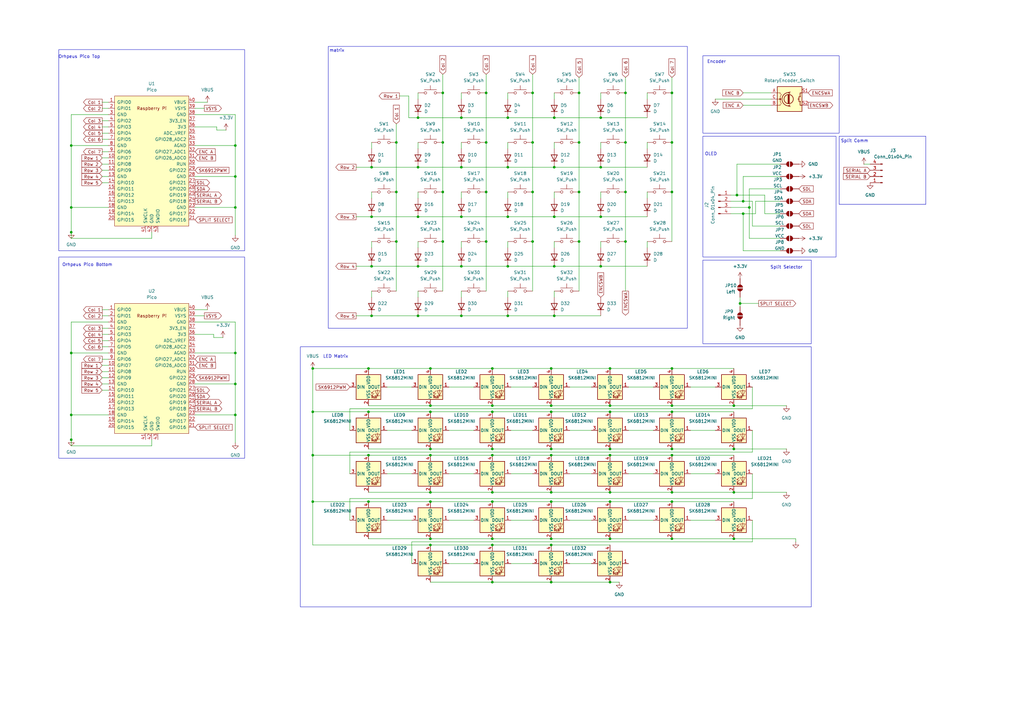
<source format=kicad_sch>
(kicad_sch (version 20231120) (generator "eeschema") (generator_version "8.0")
  (paper "A3")
  (junction (at 171.45 88.9))
  (junction (at 256.54 58.42))
  (junction (at 304.8 87.63))
  (junction (at 96.52 59.69))
  (junction (at 227.33 109.22))
  (junction (at 227.33 88.9))
  (junction (at 303.53 124.46))
  (junction (at 199.39 99.06))
  (junction (at 237.49 38.1))
  (junction (at 208.28 109.22))
  (junction (at 208.28 48.26))
  (junction (at 96.52 72.39))
  (junction (at 237.49 58.42))
  (junction (at 29.21 180.34))
  (junction (at 162.56 58.42))
  (junction (at 275.59 38.1))
  (junction (at 151.13 151.13))
  (junction (at 237.49 99.06))
  (junction (at 96.52 157.48))
  (junction (at 176.53 186.69))
  (junction (at 226.06 238.76))
  (junction (at 96.52 85.09))
  (junction (at 250.19 220.98))
  (junction (at 128.27 186.69))
  (junction (at 275.59 78.74))
  (junction (at 128.27 151.13))
  (junction (at 300.99 166.37))
  (junction (at 181.61 99.06))
  (junction (at 176.53 201.93))
  (junction (at 275.59 220.98))
  (junction (at 226.06 220.98))
  (junction (at 201.93 151.13))
  (junction (at 226.06 151.13))
  (junction (at 201.93 220.98))
  (junction (at 29.21 59.69))
  (junction (at 176.53 220.98))
  (junction (at 176.53 168.91))
  (junction (at 227.33 129.54))
  (junction (at 300.99 201.93))
  (junction (at 128.27 205.74))
  (junction (at 181.61 78.74))
  (junction (at 250.19 151.13))
  (junction (at 275.59 166.37))
  (junction (at 226.06 223.52))
  (junction (at 246.38 48.26))
  (junction (at 227.33 48.26))
  (junction (at 218.44 99.06))
  (junction (at 275.59 205.74))
  (junction (at 176.53 223.52))
  (junction (at 199.39 58.42))
  (junction (at 96.52 170.18))
  (junction (at 237.49 78.74))
  (junction (at 152.4 109.22))
  (junction (at 162.56 99.06))
  (junction (at 201.93 205.74))
  (junction (at 199.39 38.1))
  (junction (at 227.33 68.58))
  (junction (at 275.59 168.91))
  (junction (at 201.93 223.52))
  (junction (at 181.61 58.42))
  (junction (at 96.52 144.78))
  (junction (at 250.19 186.69))
  (junction (at 250.19 168.91))
  (junction (at 275.59 184.15))
  (junction (at 181.61 38.1))
  (junction (at 256.54 99.06))
  (junction (at 246.38 88.9))
  (junction (at 171.45 68.58))
  (junction (at 218.44 38.1))
  (junction (at 151.13 168.91))
  (junction (at 208.28 129.54))
  (junction (at 250.19 184.15))
  (junction (at 226.06 186.69))
  (junction (at 226.06 205.74))
  (junction (at 199.39 78.74))
  (junction (at 151.13 205.74))
  (junction (at 189.23 88.9))
  (junction (at 162.56 78.74))
  (junction (at 128.27 168.91))
  (junction (at 218.44 58.42))
  (junction (at 208.28 88.9))
  (junction (at 302.26 80.01))
  (junction (at 246.38 109.22))
  (junction (at 256.54 78.74))
  (junction (at 189.23 68.58))
  (junction (at 29.21 170.18))
  (junction (at 250.19 166.37))
  (junction (at 189.23 129.54))
  (junction (at 304.8 82.55))
  (junction (at 201.93 166.37))
  (junction (at 250.19 205.74))
  (junction (at 151.13 186.69))
  (junction (at 171.45 109.22))
  (junction (at 275.59 151.13))
  (junction (at 208.28 68.58))
  (junction (at 201.93 238.76))
  (junction (at 176.53 166.37))
  (junction (at 226.06 201.93))
  (junction (at 250.19 201.93))
  (junction (at 152.4 129.54))
  (junction (at 218.44 78.74))
  (junction (at 246.38 68.58))
  (junction (at 176.53 205.74))
  (junction (at 300.99 184.15))
  (junction (at 29.21 144.78))
  (junction (at 226.06 184.15))
  (junction (at 201.93 168.91))
  (junction (at 201.93 184.15))
  (junction (at 201.93 186.69))
  (junction (at 226.06 166.37))
  (junction (at 152.4 88.9))
  (junction (at 307.34 85.09))
  (junction (at 226.06 168.91))
  (junction (at 29.21 95.25))
  (junction (at 256.54 38.1))
  (junction (at 176.53 184.15))
  (junction (at 275.59 58.42))
  (junction (at 300.99 220.98))
  (junction (at 201.93 201.93))
  (junction (at 171.45 129.54))
  (junction (at 250.19 238.76))
  (junction (at 29.21 85.09))
  (junction (at 171.45 48.26))
  (junction (at 176.53 151.13))
  (junction (at 275.59 201.93))
  (junction (at 189.23 48.26))
  (junction (at 189.23 109.22))
  (junction (at 275.59 186.69))
  (junction (at 152.4 68.58))
  (wire (pts (xy 143.51 176.53) (xy 143.51 167.64)))
  (wire (pts (xy 226.06 238.76) (xy 250.19 238.76)))
  (wire (pts (xy 41.91 54.61) (xy 44.45 54.61)))
  (wire (pts (xy 176.53 186.69) (xy 151.13 186.69)))
  (wire (pts (xy 199.39 99.06) (xy 199.39 119.38)))
  (wire (pts (xy 87.63 138.43) (xy 91.44 138.43)))
  (wire (pts (xy 44.45 46.99) (xy 29.21 46.99)))
  (wire (pts (xy 128.27 205.74) (xy 128.27 186.69)))
  (wire (pts (xy 199.39 38.1) (xy 199.39 58.42)))
  (wire (pts (xy 171.45 109.22) (xy 189.23 109.22)))
  (wire (pts (xy 246.38 88.9) (xy 265.43 88.9)))
  (wire (pts (xy 176.53 166.37) (xy 201.93 166.37)))
  (wire (pts (xy 41.91 142.24) (xy 44.45 142.24)))
  (wire (pts (xy 283.21 194.31) (xy 293.37 194.31)))
  (wire (pts (xy 128.27 168.91) (xy 128.27 151.13)))
  (wire (pts (xy 41.91 74.93) (xy 44.45 74.93)))
  (wire (pts (xy 184.15 194.31) (xy 194.31 194.31)))
  (wire (pts (xy 146.05 109.22) (xy 152.4 109.22)))
  (wire (pts (xy 80.01 46.99) (xy 96.52 46.99)))
  (wire (pts (xy 265.43 99.06) (xy 265.43 101.6)))
  (wire (pts (xy 201.93 166.37) (xy 226.06 166.37)))
  (wire (pts (xy 62.23 97.79) (xy 62.23 95.25)))
  (wire (pts (xy 304.8 87.63) (xy 309.88 87.63)))
  (wire (pts (xy 181.61 99.06) (xy 181.61 119.38)))
  (wire (pts (xy 320.04 92.71) (xy 308.61 92.71)))
  (wire (pts (xy 201.93 168.91) (xy 226.06 168.91)))
  (wire (pts (xy 80.01 44.45) (xy 83.82 44.45)))
  (wire (pts (xy 283.21 158.75) (xy 293.37 158.75)))
  (wire (pts (xy 320.04 97.79) (xy 307.34 97.79)))
  (wire (pts (xy 41.91 147.32) (xy 44.45 147.32)))
  (wire (pts (xy 176.53 223.52) (xy 201.93 223.52)))
  (wire (pts (xy 226.06 201.93) (xy 250.19 201.93)))
  (wire (pts (xy 257.81 194.31) (xy 267.97 194.31)))
  (wire (pts (xy 209.55 213.36) (xy 218.44 213.36)))
  (wire (pts (xy 80.01 85.09) (xy 96.52 85.09)))
  (wire (pts (xy 304.8 102.87) (xy 304.8 87.63)))
  (wire (pts (xy 250.19 166.37) (xy 275.59 166.37)))
  (wire (pts (xy 184.15 158.75) (xy 194.31 158.75)))
  (wire (pts (xy 151.13 186.69) (xy 128.27 186.69)))
  (wire (pts (xy 171.45 38.1) (xy 171.45 40.64)))
  (wire (pts (xy 237.49 38.1) (xy 237.49 58.42)))
  (wire (pts (xy 41.91 127) (xy 44.45 127)))
  (wire (pts (xy 171.45 99.06) (xy 171.45 101.6)))
  (wire (pts (xy 151.13 166.37) (xy 176.53 166.37)))
  (wire (pts (xy 226.06 166.37) (xy 250.19 166.37)))
  (wire (pts (xy 189.23 68.58) (xy 208.28 68.58)))
  (wire (pts (xy 29.21 85.09) (xy 44.45 85.09)))
  (wire (pts (xy 304.8 72.39) (xy 320.04 72.39)))
  (wire (pts (xy 41.91 157.48) (xy 44.45 157.48)))
  (wire (pts (xy 246.38 48.26) (xy 265.43 48.26)))
  (wire (pts (xy 181.61 30.48) (xy 181.61 38.1)))
  (wire (pts (xy 308.61 176.53) (xy 308.61 185.42)))
  (wire (pts (xy 309.88 82.55) (xy 320.04 82.55)))
  (wire (pts (xy 41.91 134.62) (xy 44.45 134.62)))
  (wire (pts (xy 189.23 38.1) (xy 189.23 40.64)))
  (wire (pts (xy 300.99 184.15) (xy 322.58 184.15)))
  (wire (pts (xy 227.33 109.22) (xy 246.38 109.22)))
  (wire (pts (xy 257.81 176.53) (xy 267.97 176.53)))
  (wire (pts (xy 257.81 158.75) (xy 267.97 158.75)))
  (wire (pts (xy 80.01 137.16) (xy 87.63 137.16)))
  (wire (pts (xy 275.59 186.69) (xy 250.19 186.69)))
  (wire (pts (xy 304.8 82.55) (xy 304.8 72.39)))
  (wire (pts (xy 80.01 72.39) (xy 96.52 72.39)))
  (wire (pts (xy 167.64 39.37) (xy 167.64 48.26)))
  (wire (pts (xy 299.72 80.01) (xy 302.26 80.01)))
  (wire (pts (xy 80.01 144.78) (xy 96.52 144.78)))
  (wire (pts (xy 158.75 176.53) (xy 168.91 176.53)))
  (wire (pts (xy 299.72 82.55) (xy 304.8 82.55)))
  (wire (pts (xy 233.68 158.75) (xy 242.57 158.75)))
  (wire (pts (xy 201.93 151.13) (xy 226.06 151.13)))
  (wire (pts (xy 326.39 220.98) (xy 326.39 222.25)))
  (wire (pts (xy 265.43 78.74) (xy 265.43 81.28)))
  (wire (pts (xy 201.93 205.74) (xy 226.06 205.74)))
  (wire (pts (xy 41.91 149.86) (xy 44.45 149.86)))
  (wire (pts (xy 308.61 92.71) (xy 308.61 82.55)))
  (wire (pts (xy 176.53 151.13) (xy 201.93 151.13)))
  (wire (pts (xy 320.04 102.87) (xy 304.8 102.87)))
  (wire (pts (xy 80.01 127) (xy 85.09 127)))
  (wire (pts (xy 226.06 151.13) (xy 250.19 151.13)))
  (wire (pts (xy 275.59 220.98) (xy 300.99 220.98)))
  (wire (pts (xy 208.28 119.38) (xy 208.28 121.92)))
  (wire (pts (xy 29.21 59.69) (xy 29.21 85.09)))
  (wire (pts (xy 275.59 201.93) (xy 300.99 201.93)))
  (wire (pts (xy 256.54 38.1) (xy 256.54 58.42)))
  (wire (pts (xy 143.51 194.31) (xy 143.51 185.42)))
  (wire (pts (xy 176.53 184.15) (xy 201.93 184.15)))
  (wire (pts (xy 293.37 40.64) (xy 316.23 40.64)))
  (wire (pts (xy 41.91 72.39) (xy 44.45 72.39)))
  (wire (pts (xy 184.15 231.14) (xy 194.31 231.14)))
  (wire (pts (xy 189.23 58.42) (xy 189.23 60.96)))
  (wire (pts (xy 143.51 213.36) (xy 143.51 204.47)))
  (wire (pts (xy 303.53 124.46) (xy 311.15 124.46)))
  (wire (pts (xy 233.68 213.36) (xy 242.57 213.36)))
  (wire (pts (xy 218.44 30.48) (xy 218.44 38.1)))
  (wire (pts (xy 300.99 186.69) (xy 275.59 186.69)))
  (wire (pts (xy 250.19 205.74) (xy 275.59 205.74)))
  (wire (pts (xy 96.52 144.78) (xy 96.52 157.48)))
  (wire (pts (xy 29.21 46.99) (xy 29.21 59.69)))
  (wire (pts (xy 250.19 186.69) (xy 226.06 186.69)))
  (wire (pts (xy 176.53 238.76) (xy 201.93 238.76)))
  (wire (pts (xy 143.51 167.64) (xy 308.61 167.64)))
  (wire (pts (xy 201.93 220.98) (xy 226.06 220.98)))
  (wire (pts (xy 299.72 87.63) (xy 304.8 87.63)))
  (wire (pts (xy 29.21 182.88) (xy 62.23 182.88)))
  (wire (pts (xy 265.43 38.1) (xy 265.43 40.64)))
  (wire (pts (xy 96.52 157.48) (xy 96.52 170.18)))
  (wire (pts (xy 162.56 78.74) (xy 162.56 99.06)))
  (wire (pts (xy 189.23 78.74) (xy 189.23 81.28)))
  (wire (pts (xy 62.23 182.88) (xy 62.23 180.34)))
  (wire (pts (xy 152.4 129.54) (xy 171.45 129.54)))
  (wire (pts (xy 201.93 201.93) (xy 226.06 201.93)))
  (wire (pts (xy 41.91 154.94) (xy 44.45 154.94)))
  (wire (pts (xy 29.21 182.88) (xy 29.21 180.34)))
  (wire (pts (xy 128.27 205.74) (xy 151.13 205.74)))
  (wire (pts (xy 233.68 231.14) (xy 242.57 231.14)))
  (wire (pts (xy 96.52 72.39) (xy 96.52 85.09)))
  (wire (pts (xy 226.06 168.91) (xy 250.19 168.91)))
  (wire (pts (xy 226.06 205.74) (xy 250.19 205.74)))
  (wire (pts (xy 299.72 85.09) (xy 307.34 85.09)))
  (wire (pts (xy 308.61 82.55) (xy 304.8 82.55)))
  (wire (pts (xy 227.33 88.9) (xy 246.38 88.9)))
  (wire (pts (xy 143.51 204.47) (xy 308.61 204.47)))
  (wire (pts (xy 151.13 220.98) (xy 176.53 220.98)))
  (wire (pts (xy 80.01 52.07) (xy 88.9 52.07)))
  (wire (pts (xy 250.19 184.15) (xy 275.59 184.15)))
  (wire (pts (xy 256.54 78.74) (xy 256.54 99.06)))
  (wire (pts (xy 151.13 201.93) (xy 176.53 201.93)))
  (wire (pts (xy 184.15 213.36) (xy 194.31 213.36)))
  (wire (pts (xy 250.19 168.91) (xy 275.59 168.91)))
  (wire (pts (xy 275.59 184.15) (xy 300.99 184.15)))
  (wire (pts (xy 41.91 139.7) (xy 44.45 139.7)))
  (wire (pts (xy 320.04 87.63) (xy 313.69 87.63)))
  (wire (pts (xy 233.68 194.31) (xy 242.57 194.31)))
  (wire (pts (xy 41.91 69.85) (xy 44.45 69.85)))
  (wire (pts (xy 227.33 119.38) (xy 227.33 121.92)))
  (wire (pts (xy 80.01 129.54) (xy 83.82 129.54)))
  (wire (pts (xy 227.33 78.74) (xy 227.33 81.28)))
  (wire (pts (xy 246.38 109.22) (xy 265.43 109.22)))
  (wire (pts (xy 246.38 78.74) (xy 246.38 81.28)))
  (wire (pts (xy 300.99 201.93) (xy 322.58 201.93)))
  (wire (pts (xy 171.45 78.74) (xy 171.45 81.28)))
  (wire (pts (xy 29.21 95.25) (xy 29.21 85.09)))
  (wire (pts (xy 250.19 238.76) (xy 254 238.76)))
  (wire (pts (xy 181.61 38.1) (xy 181.61 58.42)))
  (wire (pts (xy 308.61 167.64) (xy 308.61 158.75)))
  (wire (pts (xy 167.64 48.26) (xy 171.45 48.26)))
  (wire (pts (xy 96.52 85.09) (xy 96.52 96.52)))
  (wire (pts (xy 209.55 231.14) (xy 218.44 231.14)))
  (wire (pts (xy 181.61 58.42) (xy 181.61 78.74)))
  (wire (pts (xy 227.33 48.26) (xy 246.38 48.26)))
  (wire (pts (xy 201.93 223.52) (xy 226.06 223.52)))
  (wire (pts (xy 143.51 185.42) (xy 308.61 185.42)))
  (wire (pts (xy 29.21 170.18) (xy 44.45 170.18)))
  (wire (pts (xy 80.01 132.08) (xy 96.52 132.08)))
  (wire (pts (xy 171.45 58.42) (xy 171.45 60.96)))
  (wire (pts (xy 354.33 67.31) (xy 356.87 67.31)))
  (wire (pts (xy 151.13 151.13) (xy 176.53 151.13)))
  (wire (pts (xy 163.83 39.37) (xy 167.64 39.37)))
  (wire (pts (xy 233.68 176.53) (xy 242.57 176.53)))
  (wire (pts (xy 41.91 129.54) (xy 44.45 129.54)))
  (wire (pts (xy 208.28 99.06) (xy 208.28 101.6)))
  (wire (pts (xy 313.69 80.01) (xy 302.26 80.01)))
  (wire (pts (xy 168.91 222.25) (xy 308.61 222.25)))
  (wire (pts (xy 29.21 144.78) (xy 29.21 170.18)))
  (wire (pts (xy 275.59 166.37) (xy 300.99 166.37)))
  (wire (pts (xy 128.27 223.52) (xy 176.53 223.52)))
  (wire (pts (xy 218.44 78.74) (xy 218.44 99.06)))
  (wire (pts (xy 275.59 38.1) (xy 275.59 58.42)))
  (wire (pts (xy 41.91 49.53) (xy 44.45 49.53)))
  (wire (pts (xy 176.53 220.98) (xy 201.93 220.98)))
  (wire (pts (xy 227.33 68.58) (xy 246.38 68.58)))
  (wire (pts (xy 158.75 194.31) (xy 168.91 194.31)))
  (wire (pts (xy 41.91 41.91) (xy 44.45 41.91)))
  (wire (pts (xy 300.99 220.98) (xy 326.39 220.98)))
  (wire (pts (xy 29.21 97.79) (xy 29.21 95.25)))
  (wire (pts (xy 189.23 119.38) (xy 189.23 121.92)))
  (wire (pts (xy 80.01 41.91) (xy 85.09 41.91)))
  (wire (pts (xy 162.56 58.42) (xy 162.56 78.74)))
  (wire (pts (xy 189.23 48.26) (xy 208.28 48.26)))
  (wire (pts (xy 209.55 176.53) (xy 218.44 176.53)))
  (wire (pts (xy 152.4 99.06) (xy 152.4 101.6)))
  (wire (pts (xy 209.55 194.31) (xy 218.44 194.31)))
  (wire (pts (xy 152.4 78.74) (xy 152.4 81.28)))
  (wire (pts (xy 313.69 87.63) (xy 313.69 80.01)))
  (wire (pts (xy 246.38 68.58) (xy 265.43 68.58)))
  (wire (pts (xy 171.45 88.9) (xy 189.23 88.9)))
  (wire (pts (xy 151.13 168.91) (xy 176.53 168.91)))
  (wire (pts (xy 189.23 109.22) (xy 208.28 109.22)))
  (wire (pts (xy 29.21 132.08) (xy 29.21 144.78)))
  (wire (pts (xy 199.39 78.74) (xy 199.39 99.06)))
  (wire (pts (xy 44.45 59.69) (xy 29.21 59.69)))
  (wire (pts (xy 41.91 137.16) (xy 44.45 137.16)))
  (wire (pts (xy 275.59 168.91) (xy 300.99 168.91)))
  (wire (pts (xy 41.91 57.15) (xy 44.45 57.15)))
  (wire (pts (xy 128.27 168.91) (xy 151.13 168.91)))
  (wire (pts (xy 226.06 184.15) (xy 250.19 184.15)))
  (wire (pts (xy 96.52 59.69) (xy 96.52 72.39)))
  (wire (pts (xy 256.54 31.75) (xy 256.54 38.1)))
  (wire (pts (xy 246.38 38.1) (xy 246.38 40.64)))
  (wire (pts (xy 152.4 109.22) (xy 171.45 109.22)))
  (wire (pts (xy 152.4 58.42) (xy 152.4 60.96)))
  (wire (pts (xy 218.44 58.42) (xy 218.44 78.74)))
  (wire (pts (xy 227.33 38.1) (xy 227.33 40.64)))
  (wire (pts (xy 189.23 129.54) (xy 208.28 129.54)))
  (wire (pts (xy 199.39 58.42) (xy 199.39 78.74)))
  (wire (pts (xy 176.53 168.91) (xy 201.93 168.91)))
  (wire (pts (xy 209.55 158.75) (xy 218.44 158.75)))
  (wire (pts (xy 41.91 62.23) (xy 44.45 62.23)))
  (wire (pts (xy 302.26 80.01) (xy 302.26 67.31)))
  (wire (pts (xy 227.33 129.54) (xy 246.38 129.54)))
  (wire (pts (xy 308.61 204.47) (xy 308.61 194.31)))
  (wire (pts (xy 199.39 30.48) (xy 199.39 38.1)))
  (wire (pts (xy 275.59 151.13) (xy 300.99 151.13)))
  (wire (pts (xy 152.4 119.38) (xy 152.4 121.92)))
  (wire (pts (xy 151.13 205.74) (xy 176.53 205.74)))
  (wire (pts (xy 152.4 88.9) (xy 171.45 88.9)))
  (wire (pts (xy 158.75 158.75) (xy 168.91 158.75)))
  (wire (pts (xy 227.33 99.06) (xy 227.33 101.6)))
  (wire (pts (xy 80.01 170.18) (xy 96.52 170.18)))
  (wire (pts (xy 218.44 38.1) (xy 218.44 58.42)))
  (wire (pts (xy 307.34 77.47) (xy 320.04 77.47)))
  (wire (pts (xy 208.28 58.42) (xy 208.28 60.96)))
  (wire (pts (xy 208.28 129.54) (xy 227.33 129.54)))
  (wire (pts (xy 250.19 151.13) (xy 275.59 151.13)))
  (wire (pts (xy 275.59 78.74) (xy 275.59 99.06)))
  (wire (pts (xy 128.27 223.52) (xy 128.27 205.74)))
  (wire (pts (xy 226.06 220.98) (xy 250.19 220.98)))
  (wire (pts (xy 208.28 78.74) (xy 208.28 81.28)))
  (wire (pts (xy 171.45 68.58) (xy 189.23 68.58)))
  (wire (pts (xy 171.45 119.38) (xy 171.45 121.92)))
  (wire (pts (xy 237.49 99.06) (xy 237.49 119.38)))
  (wire (pts (xy 96.52 132.08) (xy 96.52 144.78)))
  (wire (pts (xy 44.45 132.08) (xy 29.21 132.08)))
  (wire (pts (xy 41.91 64.77) (xy 44.45 64.77)))
  (wire (pts (xy 283.21 176.53) (xy 293.37 176.53)))
  (wire (pts (xy 307.34 97.79) (xy 307.34 85.09)))
  (wire (pts (xy 146.05 88.9) (xy 152.4 88.9)))
  (wire (pts (xy 162.56 50.8) (xy 162.56 58.42)))
  (wire (pts (xy 226.06 223.52) (xy 250.19 223.52)))
  (wire (pts (xy 41.91 44.45) (xy 44.45 44.45)))
  (wire (pts (xy 237.49 78.74) (xy 237.49 99.06)))
  (wire (pts (xy 80.01 157.48) (xy 96.52 157.48)))
  (wire (pts (xy 256.54 99.06) (xy 256.54 119.38)))
  (wire (pts (xy 275.59 58.42) (xy 275.59 78.74)))
  (wire (pts (xy 96.52 170.18) (xy 96.52 181.61)))
  (wire (pts (xy 302.26 67.31) (xy 320.04 67.31)))
  (wire (pts (xy 208.28 109.22) (xy 227.33 109.22)))
  (wire (pts (xy 246.38 58.42) (xy 246.38 60.96)))
  (wire (pts (xy 181.61 78.74) (xy 181.61 99.06)))
  (wire (pts (xy 265.43 58.42) (xy 265.43 60.96)))
  (wire (pts (xy 275.59 31.75) (xy 275.59 38.1)))
  (wire (pts (xy 275.59 205.74) (xy 300.99 205.74)))
  (wire (pts (xy 303.53 121.92) (xy 303.53 124.46)))
  (wire (pts (xy 128.27 186.69) (xy 128.27 168.91)))
  (wire (pts (xy 201.93 238.76) (xy 226.06 238.76)))
  (wire (pts (xy 158.75 213.36) (xy 168.91 213.36)))
  (wire (pts (xy 307.34 85.09) (xy 307.34 77.47)))
  (wire (pts (xy 128.27 151.13) (xy 151.13 151.13)))
  (wire (pts (xy 176.53 205.74) (xy 201.93 205.74)))
  (wire (pts (xy 300.99 166.37) (xy 322.58 166.37)))
  (wire (pts (xy 152.4 68.58) (xy 171.45 68.58)))
  (wire (pts (xy 44.45 144.78) (xy 29.21 144.78)))
  (wire (pts (xy 208.28 88.9) (xy 227.33 88.9)))
  (wire (pts (xy 304.8 38.1) (xy 316.23 38.1)))
  (wire (pts (xy 256.54 58.42) (xy 256.54 78.74)))
  (wire (pts (xy 250.19 201.93) (xy 275.59 201.93)))
  (wire (pts (xy 283.21 213.36) (xy 293.37 213.36)))
  (wire (pts (xy 304.8 43.18) (xy 316.23 43.18)))
  (wire (pts (xy 96.52 46.99) (xy 96.52 59.69)))
  (wire (pts (xy 176.53 201.93) (xy 201.93 201.93)))
  (wire (pts (xy 246.38 99.06) (xy 246.38 101.6)))
  (wire (pts (xy 201.93 186.69) (xy 176.53 186.69)))
  (wire (pts (xy 309.88 87.63) (xy 309.88 82.55)))
  (wire (pts (xy 88.9 53.34) (xy 92.71 53.34)))
  (wire (pts (xy 208.28 48.26) (xy 227.33 48.26)))
  (wire (pts (xy 168.91 231.14) (xy 168.91 222.25)))
  (wire (pts (xy 184.15 176.53) (xy 194.31 176.53)))
  (wire (pts (xy 308.61 222.25) (xy 308.61 213.36)))
  (wire (pts (xy 41.91 160.02) (xy 44.45 160.02)))
  (wire (pts (xy 29.21 180.34) (xy 29.21 170.18)))
  (wire (pts (xy 250.19 220.98) (xy 275.59 220.98)))
  (wire (pts (xy 29.21 97.79) (xy 62.23 97.79)))
  (wire (pts (xy 162.56 99.06) (xy 162.56 119.38)))
  (wire (pts (xy 237.49 31.75) (xy 237.49 38.1)))
  (wire (pts (xy 257.81 213.36) (xy 267.97 213.36)))
  (wire (pts (xy 151.13 184.15) (xy 176.53 184.15)))
  (wire (pts (xy 227.33 58.42) (xy 227.33 60.96)))
  (wire (pts (xy 171.45 48.26) (xy 189.23 48.26)))
  (wire (pts (xy 303.53 124.46) (xy 303.53 125.73)))
  (wire (pts (xy 80.01 59.69) (xy 96.52 59.69)))
  (wire (pts (xy 218.44 99.06) (xy 218.44 119.38)))
  (wire (pts (xy 208.28 68.58) (xy 227.33 68.58)))
  (wire (pts (xy 189.23 88.9) (xy 208.28 88.9)))
  (wire (pts (xy 88.9 52.07) (xy 88.9 53.34)))
  (wire (pts (xy 226.06 186.69) (xy 201.93 186.69)))
  (wire (pts (xy 41.91 52.07) (xy 44.45 52.07)))
  (wire (pts (xy 201.93 184.15) (xy 226.06 184.15)))
  (wire (pts (xy 171.45 129.54) (xy 189.23 129.54)))
  (wire (pts (xy 208.28 38.1) (xy 208.28 40.64)))
  (wire (pts (xy 41.91 152.4) (xy 44.45 152.4)))
  (wire (pts (xy 87.63 137.16) (xy 87.63 138.43)))
  (wire (pts (xy 146.05 129.54) (xy 152.4 129.54)))
  (wire (pts (xy 41.91 67.31) (xy 44.45 67.31)))
  (wire (pts (xy 189.23 99.06) (xy 189.23 101.6)))
  (wire (pts (xy 146.05 68.58) (xy 152.4 68.58)))
  (wire (pts (xy 237.49 58.42) (xy 237.49 78.74)))
  (rectangle (start 288.29 22.86) (end 344.17 54.61))
  (rectangle (start 24.13 20.32) (end 100.33 102.87))
  (rectangle (start 24.13 105.41) (end 100.33 187.96))
  (rectangle (start 344.17 55.88) (end 379.73 83.82))
  (rectangle (start 123.19 142.24) (end 332.74 248.92))
  (rectangle (start 288.29 106.68) (end 332.74 140.97))
  (rectangle (start 288.29 55.88) (end 342.9 105.41))
  (rectangle (start 134.62 19.05) (end 281.94 134.62))
  (text "Encoder" (at 293.878 25.4 0) (effects (font (size 1.27 1.27))))
  (text "Split Selector" (at 322.58 109.728 0) (effects (font (size 1.27 1.27))))
  (text "Split Comm\n" (at 350.52 57.912 0) (effects (font (size 1.27 1.27))))
  (text "matrix" (at 138.176 20.828 0) (effects (font (size 1.27 1.27))))
  (text "Orhpeus Pico Bottom\n" (at 35.814 108.712 0) (effects (font (size 1.27 1.27))))
  (text "LED Matrix" (at 137.668 146.304 0) (effects (font (size 1.27 1.27))))
  (text "Orhpeus Pico Top\n" (at 32.512 23.368 0) (effects (font (size 1.27 1.27))))
  (text "OLED\n" (at 291.592 63.246 0) (effects (font (size 1.27 1.27))))
  (global_label "ENCSWA" (shape output) (at 256.54 119.38 270) (property "Intersheetrefs" "${INTERSHEET_REFS}" (effects (hide yes))))
  (global_label "Col 4" (shape input) (at 218.44 30.48 90) (property "Intersheetrefs" "${INTERSHEET_REFS}" (effects (hide yes))))
  (global_label "SDA" (shape output) (at 80.01 77.47 0) (property "Intersheetrefs" "${INTERSHEET_REFS}" (effects (hide yes))))
  (global_label "SDA" (shape output) (at 80.01 162.56 0) (property "Intersheetrefs" "${INTERSHEET_REFS}" (effects (hide yes))))
  (global_label "Col 3" (shape output) (at 41.91 49.53 180) (property "Intersheetrefs" "${INTERSHEET_REFS}" (effects (hide yes))))
  (global_label "Col 7" (shape output) (at 41.91 147.32 180) (property "Intersheetrefs" "${INTERSHEET_REFS}" (effects (hide yes))))
  (global_label "SERIAL A" (shape output) (at 80.01 165.1 0) (property "Intersheetrefs" "${INTERSHEET_REFS}" (effects (hide yes))))
  (global_label "SK6912PWM" (shape input) (at 143.51 158.75 180) (property "Intersheetrefs" "${INTERSHEET_REFS}" (effects (hide yes))))
  (global_label "VSYS" (shape output) (at 83.82 44.45 0) (property "Intersheetrefs" "${INTERSHEET_REFS}" (effects (hide yes))))
  (global_label "Col 5" (shape input) (at 237.49 31.75 90) (property "Intersheetrefs" "${INTERSHEET_REFS}" (effects (hide yes))))
  (global_label "Col 1" (shape input) (at 162.56 50.8 90) (property "Intersheetrefs" "${INTERSHEET_REFS}" (effects (hide yes))))
  (global_label "Row 2" (shape input) (at 41.91 152.4 180) (property "Intersheetrefs" "${INTERSHEET_REFS}" (effects (hide yes))))
  (global_label "Row 5" (shape input) (at 41.91 74.93 180) (property "Intersheetrefs" "${INTERSHEET_REFS}" (effects (hide yes))))
  (global_label "Row 2" (shape output) (at 146.05 68.58 180) (property "Intersheetrefs" "${INTERSHEET_REFS}" (effects (hide yes))))
  (global_label "SPLIT SELECT" (shape output) (at 311.15 124.46 0) (property "Intersheetrefs" "${INTERSHEET_REFS}" (effects (hide yes))))
  (global_label "SDL" (shape input) (at 327.66 92.71 0) (property "Intersheetrefs" "${INTERSHEET_REFS}" (effects (hide yes))))
  (global_label "ENC B" (shape input) (at 80.01 149.86 0) (property "Intersheetrefs" "${INTERSHEET_REFS}" (effects (hide yes))))
  (global_label "ENCSWA" (shape input) (at 331.47 38.1 0) (property "Intersheetrefs" "${INTERSHEET_REFS}" (effects (hide yes))))
  (global_label "Row 5" (shape input) (at 41.91 160.02 180) (property "Intersheetrefs" "${INTERSHEET_REFS}" (effects (hide yes))))
  (global_label "SERIAL B" (shape input) (at 356.87 72.39 180) (property "Intersheetrefs" "${INTERSHEET_REFS}" (effects (hide yes))))
  (global_label "Row 1" (shape output) (at 163.83 39.37 180) (property "Intersheetrefs" "${INTERSHEET_REFS}" (effects (hide yes))))
  (global_label "SDA" (shape input) (at 327.66 87.63 0) (property "Intersheetrefs" "${INTERSHEET_REFS}" (effects (hide yes))))
  (global_label "ENCSWB" (shape input) (at 246.38 121.92 90) (property "Intersheetrefs" "${INTERSHEET_REFS}" (effects (hide yes))))
  (global_label "SDL" (shape output) (at 80.01 74.93 0) (property "Intersheetrefs" "${INTERSHEET_REFS}" (effects (hide yes))))
  (global_label "SERIAL B" (shape output) (at 80.01 167.64 0) (property "Intersheetrefs" "${INTERSHEET_REFS}" (effects (hide yes))))
  (global_label "SK6912PWM" (shape input) (at 80.01 154.94 0) (property "Intersheetrefs" "${INTERSHEET_REFS}" (effects (hide yes))))
  (global_label "Col 7" (shape input) (at 275.59 31.75 90) (property "Intersheetrefs" "${INTERSHEET_REFS}" (effects (hide yes))))
  (global_label "Col 2" (shape input) (at 181.61 30.48 90) (property "Intersheetrefs" "${INTERSHEET_REFS}" (effects (hide yes))))
  (global_label "Col 4" (shape output) (at 41.91 52.07 180) (property "Intersheetrefs" "${INTERSHEET_REFS}" (effects (hide yes))))
  (global_label "SERIAL A" (shape output) (at 80.01 80.01 0) (property "Intersheetrefs" "${INTERSHEET_REFS}" (effects (hide yes))))
  (global_label "Col 6" (shape output) (at 41.91 142.24 180) (property "Intersheetrefs" "${INTERSHEET_REFS}" (effects (hide yes))))
  (global_label "Row 4" (shape output) (at 146.05 109.22 180) (property "Intersheetrefs" "${INTERSHEET_REFS}" (effects (hide yes))))
  (global_label "SK6912PWM" (shape input) (at 80.01 69.85 0) (property "Intersheetrefs" "${INTERSHEET_REFS}" (effects (hide yes))))
  (global_label "ENC A" (shape input) (at 304.8 43.18 180) (property "Intersheetrefs" "${INTERSHEET_REFS}" (effects (hide yes))))
  (global_label "SDL" (shape input) (at 327.66 77.47 0) (property "Intersheetrefs" "${INTERSHEET_REFS}" (effects (hide yes))))
  (global_label "Col 1" (shape output) (at 41.91 127 180) (property "Intersheetrefs" "${INTERSHEET_REFS}" (effects (hide yes))))
  (global_label "Row 3" (shape input) (at 41.91 69.85 180) (property "Intersheetrefs" "${INTERSHEET_REFS}" (effects (hide yes))))
  (global_label "Col 3" (shape input) (at 199.39 30.48 90) (property "Intersheetrefs" "${INTERSHEET_REFS}" (effects (hide yes))))
  (global_label "Row 5" (shape output) (at 146.05 129.54 180) (property "Intersheetrefs" "${INTERSHEET_REFS}" (effects (hide yes))))
  (global_label "Col 6" (shape input) (at 256.54 31.75 90) (property "Intersheetrefs" "${INTERSHEET_REFS}" (effects (hide yes))))
  (global_label "Col 2" (shape output) (at 41.91 129.54 180) (property "Intersheetrefs" "${INTERSHEET_REFS}" (effects (hide yes))))
  (global_label "SDA" (shape input) (at 327.66 82.55 0) (property "Intersheetrefs" "${INTERSHEET_REFS}" (effects (hide yes))))
  (global_label "Col 3" (shape output) (at 41.91 134.62 180) (property "Intersheetrefs" "${INTERSHEET_REFS}" (effects (hide yes))))
  (global_label "SERIAL A" (shape input) (at 356.87 69.85 180) (property "Intersheetrefs" "${INTERSHEET_REFS}" (effects (hide yes))))
  (global_label "Col 5" (shape output) (at 41.91 54.61 180) (property "Intersheetrefs" "${INTERSHEET_REFS}" (effects (hide yes))))
  (global_label "Col 4" (shape output) (at 41.91 137.16 180) (property "Intersheetrefs" "${INTERSHEET_REFS}" (effects (hide yes))))
  (global_label "Row 4" (shape input) (at 41.91 72.39 180) (property "Intersheetrefs" "${INTERSHEET_REFS}" (effects (hide yes))))
  (global_label "Col 2" (shape output) (at 41.91 44.45 180) (property "Intersheetrefs" "${INTERSHEET_REFS}" (effects (hide yes))))
  (global_label "Row 3" (shape output) (at 146.05 88.9 180) (property "Intersheetrefs" "${INTERSHEET_REFS}" (effects (hide yes))))
  (global_label "SDL" (shape output) (at 80.01 160.02 0) (property "Intersheetrefs" "${INTERSHEET_REFS}" (effects (hide yes))))
  (global_label "Row 4" (shape input) (at 41.91 157.48 180) (property "Intersheetrefs" "${INTERSHEET_REFS}" (effects (hide yes))))
  (global_label "Col 5" (shape output) (at 41.91 139.7 180) (property "Intersheetrefs" "${INTERSHEET_REFS}" (effects (hide yes))))
  (global_label "Col 7" (shape output) (at 41.91 62.23 180) (property "Intersheetrefs" "${INTERSHEET_REFS}" (effects (hide yes))))
  (global_label "Col 6" (shape output) (at 41.91 57.15 180) (property "Intersheetrefs" "${INTERSHEET_REFS}" (effects (hide yes))))
  (global_label "Row 1" (shape input) (at 41.91 64.77 180) (property "Intersheetrefs" "${INTERSHEET_REFS}" (effects (hide yes))))
  (global_label "ENC A" (shape input) (at 80.01 62.23 0) (property "Intersheetrefs" "${INTERSHEET_REFS}" (effects (hide yes))))
  (global_label "SPLIT SELECT" (shape input) (at 80.01 90.17 0) (property "Intersheetrefs" "${INTERSHEET_REFS}" (effects (hide yes))))
  (global_label "ENC B" (shape input) (at 80.01 64.77 0) (property "Intersheetrefs" "${INTERSHEET_REFS}" (effects (hide yes))))
  (global_label "SERIAL B" (shape output) (at 80.01 82.55 0) (property "Intersheetrefs" "${INTERSHEET_REFS}" (effects (hide yes))))
  (global_label "ENC A" (shape input) (at 80.01 147.32 0) (property "Intersheetrefs" "${INTERSHEET_REFS}" (effects (hide yes))))
  (global_label "ENC B" (shape input) (at 304.8 38.1 180) (property "Intersheetrefs" "${INTERSHEET_REFS}" (effects (hide yes))))
  (global_label "Col 1" (shape output) (at 41.91 41.91 180) (property "Intersheetrefs" "${INTERSHEET_REFS}" (effects (hide yes))))
  (global_label "Row 3" (shape input) (at 41.91 154.94 180) (property "Intersheetrefs" "${INTERSHEET_REFS}" (effects (hide yes))))
  (global_label "VSYS" (shape output) (at 83.82 129.54 0) (property "Intersheetrefs" "${INTERSHEET_REFS}" (effects (hide yes))))
  (global_label "ENCSWB" (shape output) (at 331.47 43.18 0) (property "Intersheetrefs" "${INTERSHEET_REFS}" (effects (hide yes))))
  (global_label "Row 2" (shape input) (at 41.91 67.31 180) (property "Intersheetrefs" "${INTERSHEET_REFS}" (effects (hide yes))))
  (global_label "Row 1" (shape input) (at 41.91 149.86 180) (property "Intersheetrefs" "${INTERSHEET_REFS}" (effects (hide yes))))
  (global_label "SPLIT SELECT" (shape input) (at 80.01 175.26 0) (property "Intersheetrefs" "${INTERSHEET_REFS}" (effects (hide yes))))
  (symbol (lib_id "LED:SK6812MINI") (at 176.53 158.75 0) (unit 1)
    (property "Reference" "LED2" (at 189.23 152.4314 0))
    (property "Value" "SK6812MINI" (at 189.23 154.9714 0))
    (property "Footprint" "reversible-kicad-footprints:MX-1U-SK6812Mini-E" (effects (hide yes)))
    (property "Datasheet" "https://cdn-shop.adafruit.com/product-files/2686/SK6812MINI_REV.01-1-2.pdf" (effects (hide yes)))
    (property "Description" "RGB LED with integrated controller" (effects (hide yes)))
  )
  (symbol (lib_id "Switch:SW_Push") (at 213.36 99.06 0) (unit 1)
    (property "Reference" "SW25" (at 213.36 91.44 0))
    (property "Value" "SW_Push" (at 213.36 93.98 0))
    (property "Footprint" "reversible-kicad-footprints:MX-1U-Hotswap" (effects (hide yes)))
    (property "Description" "Push button switch, generic, two pins" (effects (hide yes)))
  )
  (symbol (lib_id "Device:RotaryEncoder_Switch") (at 323.85 40.64 0) (unit 1)
    (property "Reference" "SW33" (at 323.85 30.48 0))
    (property "Value" "RotaryEncoder_Switch" (at 323.85 33.02 0))
    (property "Footprint" "Keebio-Parts:RotaryEncoder_EC11" (effects (hide yes)))
    (property "Description" "Rotary encoder, dual channel, incremental quadrate outputs, with switch" (effects (hide yes)))
  )
  (symbol (lib_id "LED:SK6812MINI") (at 275.59 194.31 0) (unit 1)
    (property "Reference" "LED20" (at 288.29 187.9914 0))
    (property "Value" "SK6812MINI" (at 288.29 190.5314 0))
    (property "Footprint" "reversible-kicad-footprints:MX-1U-SK6812Mini-E" (effects (hide yes)))
    (property "Datasheet" "https://cdn-shop.adafruit.com/product-files/2686/SK6812MINI_REV.01-1-2.pdf" (effects (hide yes)))
    (property "Description" "RGB LED with integrated controller" (effects (hide yes)))
  )
  (symbol (lib_id "power:+3.3V") (at 327.66 97.79 270) (unit 1)
    (property "Reference" "#PWR013" (effects (hide yes)))
    (property "Value" "+3.3V" (at 331.47 97.7899 90) (effects (justify left)))
    (property "Description" "Power symbol creates a global label with name \"+3.3V\"" (effects (hide yes)))
  )
  (symbol (lib_id "Switch:SW_Push") (at 232.41 58.42 0) (unit 1)
    (property "Reference" "SW12" (at 232.41 50.8 0))
    (property "Value" "SW_Push" (at 232.41 53.34 0))
    (property "Footprint" "reversible-kicad-footprints:MX-1U-Hotswap" (effects (hide yes)))
    (property "Description" "Push button switch, generic, two pins" (effects (hide yes)))
  )
  (symbol (lib_id "Switch:SW_Push") (at 232.41 119.38 0) (unit 1)
    (property "Reference" "SW32" (at 232.41 111.76 0))
    (property "Value" "SW_Push" (at 232.41 114.3 0))
    (property "Footprint" "reversible-kicad-footprints:MX-1U-Hotswap" (effects (hide yes)))
    (property "Description" "Push button switch, generic, two pins" (effects (hide yes)))
  )
  (symbol (lib_id "Device:D") (at 265.43 85.09 90) (unit 1)
    (property "Reference" "D21" (at 267.97 83.8199 90) (effects (justify right)))
    (property "Value" "D" (at 267.97 86.3599 90) (effects (justify right)))
    (property "Footprint" "Keebio-Parts:Diode-Hybrid-Dual" (effects (hide yes)))
    (property "Description" "Diode" (effects (hide yes)))
    (property "Sim.Device" "D" (effects (hide yes)))
    (property "Sim.Pins" "1=K 2=A" (effects (hide yes)))
  )
  (symbol (lib_id "LED:SK6812MINI") (at 151.13 158.75 0) (unit 1)
    (property "Reference" "LED1" (at 163.83 152.4314 0))
    (property "Value" "SK6812MINI" (at 163.83 154.9714 0))
    (property "Footprint" "reversible-kicad-footprints:MX-1U-SK6812Mini-E" (effects (hide yes)))
    (property "Datasheet" "https://cdn-shop.adafruit.com/product-files/2686/SK6812MINI_REV.01-1-2.pdf" (effects (hide yes)))
    (property "Description" "RGB LED with integrated controller" (effects (hide yes)))
  )
  (symbol (lib_id "LED:SK6812MINI") (at 250.19 231.14 0) (unit 1)
    (property "Reference" "LED32" (at 237.49 224.8214 0))
    (property "Value" "SK6812MINI" (at 237.49 227.3614 0))
    (property "Footprint" "reversible-kicad-footprints:MX-1U-SK6812Mini-E" (effects (hide yes)))
    (property "Datasheet" "https://cdn-shop.adafruit.com/product-files/2686/SK6812MINI_REV.01-1-2.pdf" (effects (hide yes)))
    (property "Description" "RGB LED with integrated controller" (effects (hide yes)))
  )
  (symbol (lib_id "LED:SK6812MINI") (at 201.93 194.31 0) (unit 1)
    (property "Reference" "LED17" (at 214.63 187.9914 0))
    (property "Value" "SK6812MINI" (at 214.63 190.5314 0))
    (property "Footprint" "reversible-kicad-footprints:MX-1U-SK6812Mini-E" (effects (hide yes)))
    (property "Datasheet" "https://cdn-shop.adafruit.com/product-files/2686/SK6812MINI_REV.01-1-2.pdf" (effects (hide yes)))
    (property "Description" "RGB LED with integrated controller" (effects (hide yes)))
  )
  (symbol (lib_id "Device:D") (at 227.33 85.09 90) (unit 1)
    (property "Reference" "D19" (at 229.87 83.8199 90) (effects (justify right)))
    (property "Value" "D" (at 229.87 86.3599 90) (effects (justify right)))
    (property "Footprint" "Keebio-Parts:Diode-Hybrid-Dual" (effects (hide yes)))
    (property "Description" "Diode" (effects (hide yes)))
    (property "Sim.Device" "D" (effects (hide yes)))
    (property "Sim.Pins" "1=K 2=A" (effects (hide yes)))
  )
  (symbol (lib_id "Switch:SW_Push") (at 157.48 78.74 0) (unit 1)
    (property "Reference" "SW8" (at 157.48 71.12 0))
    (property "Value" "SW_Push" (at 157.48 73.66 0))
    (property "Footprint" "reversible-kicad-footprints:MX-1U-Hotswap" (effects (hide yes)))
    (property "Description" "Push button switch, generic, two pins" (effects (hide yes)))
  )
  (symbol (lib_id "Switch:SW_Push") (at 251.46 58.42 0) (unit 1)
    (property "Reference" "SW13" (at 251.46 50.8 0))
    (property "Value" "SW_Push" (at 251.46 53.34 0))
    (property "Footprint" "reversible-kicad-footprints:MX-1U-Hotswap" (effects (hide yes)))
    (property "Description" "Push button switch, generic, two pins" (effects (hide yes)))
  )
  (symbol (lib_id "LED:SK6812MINI") (at 201.93 213.36 0) (unit 1)
    (property "Reference" "LED24" (at 189.23 207.0414 0))
    (property "Value" "SK6812MINI" (at 189.23 209.5814 0))
    (property "Footprint" "reversible-kicad-footprints:MX-1U-SK6812Mini-E" (effects (hide yes)))
    (property "Datasheet" "https://cdn-shop.adafruit.com/product-files/2686/SK6812MINI_REV.01-1-2.pdf" (effects (hide yes)))
    (property "Description" "RGB LED with integrated controller" (effects (hide yes)))
  )
  (symbol (lib_id "LED:SK6812MINI") (at 300.99 213.36 0) (unit 1)
    (property "Reference" "LED28" (at 288.29 207.0414 0))
    (property "Value" "SK6812MINI" (at 288.29 209.5814 0))
    (property "Footprint" "reversible-kicad-footprints:MX-1U-SK6812Mini-E" (effects (hide yes)))
    (property "Datasheet" "https://cdn-shop.adafruit.com/product-files/2686/SK6812MINI_REV.01-1-2.pdf" (effects (hide yes)))
    (property "Description" "RGB LED with integrated controller" (effects (hide yes)))
  )
  (symbol (lib_id "Device:D") (at 152.4 64.77 90) (unit 1)
    (property "Reference" "D1" (at 154.94 63.4999 90) (effects (justify right)))
    (property "Value" "D" (at 154.94 66.0399 90) (effects (justify right)))
    (property "Footprint" "Keebio-Parts:Diode-Hybrid-Dual" (effects (hide yes)))
    (property "Description" "Diode" (effects (hide yes)))
    (property "Sim.Device" "D" (effects (hide yes)))
    (property "Sim.Pins" "1=K 2=A" (effects (hide yes)))
  )
  (symbol (lib_id "LED:SK6812MINI") (at 151.13 194.31 0) (unit 1)
    (property "Reference" "LED15" (at 163.83 187.9914 0))
    (property "Value" "SK6812MINI" (at 163.83 190.5314 0))
    (property "Footprint" "reversible-kicad-footprints:MX-1U-SK6812Mini-E" (effects (hide yes)))
    (property "Datasheet" "https://cdn-shop.adafruit.com/product-files/2686/SK6812MINI_REV.01-1-2.pdf" (effects (hide yes)))
    (property "Description" "RGB LED with integrated controller" (effects (hide yes)))
  )
  (symbol (lib_id "LED:SK6812MINI") (at 151.13 213.36 0) (unit 1)
    (property "Reference" "LED22" (at 138.43 207.0414 0))
    (property "Value" "SK6812MINI" (at 138.43 209.5814 0))
    (property "Footprint" "reversible-kicad-footprints:MX-1U-SK6812Mini-E" (effects (hide yes)))
    (property "Datasheet" "https://cdn-shop.adafruit.com/product-files/2686/SK6812MINI_REV.01-1-2.pdf" (effects (hide yes)))
    (property "Description" "RGB LED with integrated controller" (effects (hide yes)))
  )
  (symbol (lib_id "Device:D") (at 208.28 44.45 90) (unit 1)
    (property "Reference" "D4" (at 210.82 43.1799 90) (effects (justify right)))
    (property "Value" "D" (at 210.82 45.7199 90) (effects (justify right)))
    (property "Footprint" "Keebio-Parts:Diode-Hybrid-Dual" (effects (hide yes)))
    (property "Description" "Diode" (effects (hide yes)))
    (property "Sim.Device" "D" (effects (hide yes)))
    (property "Sim.Pins" "1=K 2=A" (effects (hide yes)))
  )
  (symbol (lib_id "Device:D") (at 246.38 125.73 90) (unit 1)
    (property "Reference" "D33" (at 248.92 124.4599 90) (effects (justify right)))
    (property "Value" "D" (at 248.92 126.9999 90) (effects (justify right)))
    (property "Footprint" "Keebio-Parts:Diode-Hybrid-Dual" (effects (hide yes)))
    (property "Description" "Diode" (effects (hide yes)))
    (property "Sim.Device" "D" (effects (hide yes)))
    (property "Sim.Pins" "1=K 2=A" (effects (hide yes)))
  )
  (symbol (lib_id "Switch:SW_Push") (at 213.36 58.42 0) (unit 1)
    (property "Reference" "SW11" (at 213.36 50.8 0))
    (property "Value" "SW_Push" (at 213.36 53.34 0))
    (property "Footprint" "reversible-kicad-footprints:MX-1U-Hotswap" (effects (hide yes)))
    (property "Description" "Push button switch, generic, two pins" (effects (hide yes)))
  )
  (symbol (lib_id "Switch:SW_Push") (at 270.51 99.06 0) (unit 1)
    (property "Reference" "SW28" (at 270.51 91.44 0))
    (property "Value" "SW_Push" (at 270.51 93.98 0))
    (property "Footprint" "reversible-kicad-footprints:MX-1U-Hotswap" (effects (hide yes)))
    (property "Description" "Push button switch, generic, two pins" (effects (hide yes)))
  )
  (symbol (lib_id "Device:D") (at 227.33 105.41 90) (unit 1)
    (property "Reference" "D26" (at 229.87 104.1399 90) (effects (justify right)))
    (property "Value" "D" (at 229.87 106.6799 90) (effects (justify right)))
    (property "Footprint" "Keebio-Parts:Diode-Hybrid-Dual" (effects (hide yes)))
    (property "Description" "Diode" (effects (hide yes)))
    (property "Sim.Device" "D" (effects (hide yes)))
    (property "Sim.Pins" "1=K 2=A" (effects (hide yes)))
  )
  (symbol (lib_id "Device:D") (at 152.4 125.73 90) (unit 1)
    (property "Reference" "D22" (at 154.94 124.4599 90) (effects (justify right)))
    (property "Value" "D" (at 154.94 126.9999 90) (effects (justify right)))
    (property "Footprint" "Keebio-Parts:Diode-Hybrid-Dual" (effects (hide yes)))
    (property "Description" "Diode" (effects (hide yes)))
    (property "Sim.Device" "D" (effects (hide yes)))
    (property "Sim.Pins" "1=K 2=A" (effects (hide yes)))
  )
  (symbol (lib_id "Device:D") (at 246.38 85.09 90) (unit 1)
    (property "Reference" "D20" (at 248.92 83.8199 90) (effects (justify right)))
    (property "Value" "D" (at 248.92 86.3599 90) (effects (justify right)))
    (property "Footprint" "Keebio-Parts:Diode-Hybrid-Dual" (effects (hide yes)))
    (property "Description" "Diode" (effects (hide yes)))
    (property "Sim.Device" "D" (effects (hide yes)))
    (property "Sim.Pins" "1=K 2=A" (effects (hide yes)))
  )
  (symbol (lib_id "Switch:SW_Push") (at 157.48 99.06 0) (unit 1)
    (property "Reference" "SW15" (at 157.48 91.44 0))
    (property "Value" "SW_Push" (at 157.48 93.98 0))
    (property "Footprint" "reversible-kicad-footprints:MX-1U-Hotswap" (effects (hide yes)))
    (property "Description" "Push button switch, generic, two pins" (effects (hide yes)))
  )
  (symbol (lib_id "Switch:SW_Push") (at 194.31 99.06 0) (unit 1)
    (property "Reference" "SW24" (at 194.31 91.44 0))
    (property "Value" "SW_Push" (at 194.31 93.98 0))
    (property "Footprint" "reversible-kicad-footprints:MX-1U-Hotswap" (effects (hide yes)))
    (property "Description" "Push button switch, generic, two pins" (effects (hide yes)))
  )
  (symbol (lib_id "LED:SK6812MINI") (at 275.59 176.53 0) (unit 1)
    (property "Reference" "LED13" (at 262.89 170.2114 0))
    (property "Value" "SK6812MINI" (at 262.89 172.7514 0))
    (property "Footprint" "reversible-kicad-footprints:MX-1U-SK6812Mini-E" (effects (hide yes)))
    (property "Datasheet" "https://cdn-shop.adafruit.com/product-files/2686/SK6812MINI_REV.01-1-2.pdf" (effects (hide yes)))
    (property "Description" "RGB LED with integrated controller" (effects (hide yes)))
  )
  (symbol (lib_id "Device:D") (at 171.45 64.77 90) (unit 1)
    (property "Reference" "D9" (at 173.99 63.4999 90) (effects (justify right)))
    (property "Value" "D" (at 173.99 66.0399 90) (effects (justify right)))
    (property "Footprint" "Keebio-Parts:Diode-Hybrid-Dual" (effects (hide yes)))
    (property "Description" "Diode" (effects (hide yes)))
    (property "Sim.Device" "D" (effects (hide yes)))
    (property "Sim.Pins" "1=K 2=A" (effects (hide yes)))
  )
  (symbol (lib_id "LED:SK6812MINI") (at 275.59 213.36 0) (unit 1)
    (property "Reference" "LED27" (at 262.89 207.0414 0))
    (property "Value" "SK6812MINI" (at 262.89 209.5814 0))
    (property "Footprint" "reversible-kicad-footprints:MX-1U-SK6812Mini-E" (effects (hide yes)))
    (property "Datasheet" "https://cdn-shop.adafruit.com/product-files/2686/SK6812MINI_REV.01-1-2.pdf" (effects (hide yes)))
    (property "Description" "RGB LED with integrated controller" (effects (hide yes)))
  )
  (symbol (lib_id "Device:D") (at 189.23 125.73 90) (unit 1)
    (property "Reference" "D30" (at 191.77 124.4599 90) (effects (justify right)))
    (property "Value" "D" (at 191.77 126.9999 90) (effects (justify right)))
    (property "Footprint" "Keebio-Parts:Diode-Hybrid-Dual" (effects (hide yes)))
    (property "Description" "Diode" (effects (hide yes)))
    (property "Sim.Device" "D" (effects (hide yes)))
    (property "Sim.Pins" "1=K 2=A" (effects (hide yes)))
  )
  (symbol (lib_id "Device:D") (at 265.43 44.45 90) (unit 1)
    (property "Reference" "D7" (at 267.97 43.1799 90) (effects (justify right)))
    (property "Value" "D" (at 267.97 45.7199 90) (effects (justify right)))
    (property "Footprint" "Keebio-Parts:Diode-Hybrid-Dual" (effects (hide yes)))
    (property "Description" "Diode" (effects (hide yes)))
    (property "Sim.Device" "D" (effects (hide yes)))
    (property "Sim.Pins" "1=K 2=A" (effects (hide yes)))
  )
  (symbol (lib_id "Switch:SW_Push") (at 194.31 119.38 0) (unit 1)
    (property "Reference" "SW30" (at 194.31 111.76 0))
    (property "Value" "SW_Push" (at 194.31 114.3 0))
    (property "Footprint" "reversible-kicad-footprints:MX-1U-Hotswap" (effects (hide yes)))
    (property "Description" "Push button switch, generic, two pins" (effects (hide yes)))
  )
  (symbol (lib_id "Switch:SW_Push") (at 176.53 119.38 0) (unit 1)
    (property "Reference" "SW29" (at 176.53 111.76 0))
    (property "Value" "SW_Push" (at 176.53 114.3 0))
    (property "Footprint" "reversible-kicad-footprints:MX-1U-Hotswap" (effects (hide yes)))
    (property "Description" "Push button switch, generic, two pins" (effects (hide yes)))
  )
  (symbol (lib_id "Device:D") (at 208.28 64.77 90) (unit 1)
    (property "Reference" "D11" (at 210.82 63.4999 90) (effects (justify right)))
    (property "Value" "D" (at 210.82 66.0399 90) (effects (justify right)))
    (property "Footprint" "Keebio-Parts:Diode-Hybrid-Dual" (effects (hide yes)))
    (property "Description" "Diode" (effects (hide yes)))
    (property "Sim.Device" "D" (effects (hide yes)))
    (property "Sim.Pins" "1=K 2=A" (effects (hide yes)))
  )
  (symbol (lib_id "LED:SK6812MINI") (at 226.06 231.14 0) (unit 1)
    (property "Reference" "LED31" (at 213.36 224.8214 0))
    (property "Value" "SK6812MINI" (at 213.36 227.3614 0))
    (property "Footprint" "reversible-kicad-footprints:MX-1U-SK6812Mini-E" (effects (hide yes)))
    (property "Datasheet" "https://cdn-shop.adafruit.com/product-files/2686/SK6812MINI_REV.01-1-2.pdf" (effects (hide yes)))
    (property "Description" "RGB LED with integrated controller" (effects (hide yes)))
  )
  (symbol (lib_id "power:+3.3V") (at 91.44 138.43 0) (unit 1)
    (property "Reference" "#PWR020" (effects (hide yes)))
    (property "Value" "+3.3V" (at 91.44 133.35 0))
    (property "Description" "Power symbol creates a global label with name \"+3.3V\"" (effects (hide yes)))
  )
  (symbol (lib_id "Device:D") (at 189.23 85.09 90) (unit 1)
    (property "Reference" "D17" (at 191.77 83.8199 90) (effects (justify right)))
    (property "Value" "D" (at 191.77 86.3599 90) (effects (justify right)))
    (property "Footprint" "Keebio-Parts:Diode-Hybrid-Dual" (effects (hide yes)))
    (property "Description" "Diode" (effects (hide yes)))
    (property "Sim.Device" "D" (effects (hide yes)))
    (property "Sim.Pins" "1=K 2=A" (effects (hide yes)))
  )
  (symbol (lib_id "Switch:SW_Push") (at 270.51 78.74 0) (unit 1)
    (property "Reference" "SW21" (at 270.51 71.12 0))
    (property "Value" "SW_Push" (at 270.51 73.66 0))
    (property "Footprint" "reversible-kicad-footprints:MX-1U-Hotswap" (effects (hide yes)))
    (property "Description" "Push button switch, generic, two pins" (effects (hide yes)))
  )
  (symbol (lib_id "RPi_Pico:Pico") (at 62.23 66.04 0) (unit 1)
    (property "Reference" "U1" (at 62.23 34.29 0))
    (property "Value" "Pico" (at 62.23 36.83 0))
    (property "Footprint" "Module:RaspberryPi_Pico_SMD_HandSolder" (effects (hide yes)))
  )
  (symbol (lib_id "Switch:SW_Push") (at 176.53 58.42 0) (unit 1)
    (property "Reference" "SW9" (at 176.53 50.8 0))
    (property "Value" "SW_Push" (at 176.53 53.34 0))
    (property "Footprint" "reversible-kicad-footprints:MX-1U-Hotswap" (effects (hide yes)))
    (property "Description" "Push button switch, generic, two pins" (effects (hide yes)))
  )
  (symbol (lib_id "LED:SK6812MINI") (at 226.06 176.53 0) (unit 1)
    (property "Reference" "LED11" (at 213.36 170.2114 0))
    (property "Value" "SK6812MINI" (at 213.36 172.7514 0))
    (property "Footprint" "reversible-kicad-footprints:MX-1U-SK6812Mini-E" (effects (hide yes)))
    (property "Datasheet" "https://cdn-shop.adafruit.com/product-files/2686/SK6812MINI_REV.01-1-2.pdf" (effects (hide yes)))
    (property "Description" "RGB LED with integrated controller" (effects (hide yes)))
  )
  (symbol (lib_id "Device:D") (at 265.43 105.41 90) (unit 1)
    (property "Reference" "D28" (at 267.97 104.1399 90) (effects (justify right)))
    (property "Value" "D" (at 267.97 106.6799 90) (effects (justify right)))
    (property "Footprint" "Keebio-Parts:Diode-Hybrid-Dual" (effects (hide yes)))
    (property "Description" "Diode" (effects (hide yes)))
    (property "Sim.Device" "D" (effects (hide yes)))
    (property "Sim.Pins" "1=K 2=A" (effects (hide yes)))
  )
  (symbol (lib_id "Device:D") (at 189.23 64.77 90) (unit 1)
    (property "Reference" "D10" (at 191.77 63.4999 90) (effects (justify right)))
    (property "Value" "D" (at 191.77 66.0399 90) (effects (justify right)))
    (property "Footprint" "Keebio-Parts:Diode-Hybrid-Dual" (effects (hide yes)))
    (property "Description" "Diode" (effects (hide yes)))
    (property "Sim.Device" "D" (effects (hide yes)))
    (property "Sim.Pins" "1=K 2=A" (effects (hide yes)))
  )
  (symbol (lib_id "power:GND") (at 322.58 184.15 0) (unit 1)
    (property "Reference" "#PWR04" (effects (hide yes)))
    (property "Value" "GND" (at 322.58 189.23 0))
    (property "Description" "Power symbol creates a global label with name \"GND\" , ground" (effects (hide yes)))
  )
  (symbol (lib_id "power:GND") (at 29.21 180.34 0) (unit 1)
    (property "Reference" "#PWR018" (effects (hide yes)))
    (property "Value" "GND" (at 29.21 185.42 0))
    (property "Description" "Power symbol creates a global label with name \"GND\" , ground" (effects (hide yes)))
  )
  (symbol (lib_id "LED:SK6812MINI") (at 250.19 194.31 0) (unit 1)
    (property "Reference" "LED19" (at 262.89 187.9914 0))
    (property "Value" "SK6812MINI" (at 262.89 190.5314 0))
    (property "Footprint" "reversible-kicad-footprints:MX-1U-SK6812Mini-E" (effects (hide yes)))
    (property "Datasheet" "https://cdn-shop.adafruit.com/product-files/2686/SK6812MINI_REV.01-1-2.pdf" (effects (hide yes)))
    (property "Description" "RGB LED with integrated controller" (effects (hide yes)))
  )
  (symbol (lib_id "power:GND") (at 326.39 222.25 0) (unit 1)
    (property "Reference" "#PWR06" (effects (hide yes)))
    (property "Value" "GND" (effects (hide yes)))
    (property "Description" "Power symbol creates a global label with name \"GND\" , ground" (effects (hide yes)))
  )
  (symbol (lib_id "Device:D") (at 208.28 85.09 90) (unit 1)
    (property "Reference" "D18" (at 210.82 83.8199 90) (effects (justify right)))
    (property "Value" "D" (at 210.82 86.3599 90) (effects (justify right)))
    (property "Footprint" "Keebio-Parts:Diode-Hybrid-Dual" (effects (hide yes)))
    (property "Description" "Diode" (effects (hide yes)))
    (property "Sim.Device" "D" (effects (hide yes)))
    (property "Sim.Pins" "1=K 2=A" (effects (hide yes)))
  )
  (symbol (lib_id "Device:D") (at 246.38 64.77 90) (unit 1)
    (property "Reference" "D13" (at 248.92 63.4999 90) (effects (justify right)))
    (property "Value" "D" (at 248.92 66.0399 90) (effects (justify right)))
    (property "Footprint" "Keebio-Parts:Diode-Hybrid-Dual" (effects (hide yes)))
    (property "Description" "Diode" (effects (hide yes)))
    (property "Sim.Device" "D" (effects (hide yes)))
    (property "Sim.Pins" "1=K 2=A" (effects (hide yes)))
  )
  (symbol (lib_id "Switch:SW_Push") (at 232.41 99.06 0) (unit 1)
    (property "Reference" "SW26" (at 232.41 91.44 0))
    (property "Value" "SW_Push" (at 232.41 93.98 0))
    (property "Footprint" "reversible-kicad-footprints:MX-1U-Hotswap" (effects (hide yes)))
    (property "Description" "Push button switch, generic, two pins" (effects (hide yes)))
  )
  (symbol (lib_id "power:GND") (at 293.37 40.64 0) (unit 1)
    (property "Reference" "#PWR08" (effects (hide yes)))
    (property "Value" "GND" (at 293.37 45.72 0))
    (property "Description" "Power symbol creates a global label with name \"GND\" , ground" (effects (hide yes)))
  )
  (symbol (lib_id "LED:SK6812MINI") (at 176.53 213.36 0) (unit 1)
    (property "Reference" "LED23" (at 163.83 207.0414 0))
    (property "Value" "SK6812MINI" (at 163.83 209.5814 0))
    (property "Footprint" "reversible-kicad-footprints:MX-1U-SK6812Mini-E" (effects (hide yes)))
    (property "Datasheet" "https://cdn-shop.adafruit.com/product-files/2686/SK6812MINI_REV.01-1-2.pdf" (effects (hide yes)))
    (property "Description" "RGB LED with integrated controller" (effects (hide yes)))
  )
  (symbol (lib_id "Switch:SW_Push") (at 251.46 78.74 0) (unit 1)
    (property "Reference" "SW20" (at 251.46 71.12 0))
    (property "Value" "SW_Push" (at 251.46 73.66 0))
    (property "Footprint" "reversible-kicad-footprints:MX-1U-Hotswap" (effects (hide yes)))
    (property "Description" "Push button switch, generic, two pins" (effects (hide yes)))
  )
  (symbol (lib_id "power:VBUS") (at 85.09 41.91 0) (unit 1)
    (property "Reference" "#PWR011" (effects (hide yes)))
    (property "Value" "VBUS" (at 85.09 36.83 0))
    (property "Description" "Power symbol creates a global label with name \"VBUS\"" (effects (hide yes)))
  )
  (symbol (lib_id "Switch:SW_Push") (at 232.41 38.1 0) (unit 1)
    (property "Reference" "SW5" (at 232.41 30.48 0))
    (property "Value" "SW_Push" (at 232.41 33.02 0))
    (property "Footprint" "reversible-kicad-footprints:MX-1U-Hotswap" (effects (hide yes)))
    (property "Description" "Push button switch, generic, two pins" (effects (hide yes)))
  )
  (symbol (lib_id "Device:D") (at 208.28 125.73 90) (unit 1)
    (property "Reference" "D31" (at 210.82 124.4599 90) (effects (justify right)))
    (property "Value" "D" (at 210.82 126.9999 90) (effects (justify right)))
    (property "Footprint" "Keebio-Parts:Diode-Hybrid-Dual" (effects (hide yes)))
    (property "Description" "Diode" (effects (hide yes)))
    (property "Sim.Device" "D" (effects (hide yes)))
    (property "Sim.Pins" "1=K 2=A" (effects (hide yes)))
  )
  (symbol (lib_id "Switch:SW_Push") (at 194.31 78.74 0) (unit 1)
    (property "Reference" "SW17" (at 194.31 71.12 0))
    (property "Value" "SW_Push" (at 194.31 73.66 0))
    (property "Footprint" "reversible-kicad-footprints:MX-1U-Hotswap" (effects (hide yes)))
    (property "Description" "Push button switch, generic, two pins" (effects (hide yes)))
  )
  (symbol (lib_id "LED:SK6812MINI") (at 176.53 231.14 0) (unit 1)
    (property "Reference" "LED29" (at 163.83 224.8214 0))
    (property "Value" "SK6812MINI" (at 163.83 227.3614 0))
    (property "Footprint" "reversible-kicad-footprints:MX-1U-SK6812Mini-E" (effects (hide yes)))
    (property "Datasheet" "https://cdn-shop.adafruit.com/product-files/2686/SK6812MINI_REV.01-1-2.pdf" (effects (hide yes)))
    (property "Description" "RGB LED with integrated controller" (effects (hide yes)))
  )
  (symbol (lib_id "power:GND") (at 29.21 95.25 0) (unit 1)
    (property "Reference" "#PWR01" (effects (hide yes)))
    (property "Value" "GND" (at 29.21 100.33 0))
    (property "Description" "Power symbol creates a global label with name \"GND\" , ground" (effects (hide yes)))
  )
  (symbol (lib_id "Jumper:SolderJumper_2_Open") (at 323.85 92.71 0) (unit 1) (exclude_from_sim yes) (in_bom no)
    (property "Reference" "JP6" (at 319.786 88.9 0))
    (property "Value" "SCL" (at 319.786 91.44 0))
    (property "Footprint" "Jumper:SolderJumper-2_P1.3mm_Open_RoundedPad1.0x1.5mm" (effects (hide yes)))
    (property "Description" "Solder Jumper, 2-pole, open" (effects (hide yes)))
  )
  (symbol (lib_id "LED:SK6812MINI") (at 300.99 176.53 0) (unit 1)
    (property "Reference" "LED14" (at 288.29 170.2114 0))
    (property "Value" "SK6812MINI" (at 288.29 172.7514 0))
    (property "Footprint" "reversible-kicad-footprints:MX-1U-SK6812Mini-E" (effects (hide yes)))
    (property "Datasheet" "https://cdn-shop.adafruit.com/product-files/2686/SK6812MINI_REV.01-1-2.pdf" (effects (hide yes)))
    (property "Description" "RGB LED with integrated controller" (effects (hide yes)))
  )
  (symbol (lib_id "LED:SK6812MINI") (at 226.06 158.75 0) (unit 1)
    (property "Reference" "LED4" (at 238.76 152.4314 0))
    (property "Value" "SK6812MINI" (at 238.76 154.9714 0))
    (property "Footprint" "reversible-kicad-footprints:MX-1U-SK6812Mini-E" (effects (hide yes)))
    (property "Datasheet" "https://cdn-shop.adafruit.com/product-files/2686/SK6812MINI_REV.01-1-2.pdf" (effects (hide yes)))
    (property "Description" "RGB LED with integrated controller" (effects (hide yes)))
  )
  (symbol (lib_id "Device:D") (at 208.28 105.41 90) (unit 1)
    (property "Reference" "D25" (at 210.82 104.1399 90) (effects (justify right)))
    (property "Value" "D" (at 210.82 106.6799 90) (effects (justify right)))
    (property "Footprint" "Keebio-Parts:Diode-Hybrid-Dual" (effects (hide yes)))
    (property "Description" "Diode" (effects (hide yes)))
    (property "Sim.Device" "D" (effects (hide yes)))
    (property "Sim.Pins" "1=K 2=A" (effects (hide yes)))
  )
  (symbol (lib_id "power:GND") (at 303.53 133.35 0) (unit 1)
    (property "Reference" "#PWR022" (effects (hide yes)))
    (property "Value" "GND" (at 303.53 138.43 0))
    (property "Description" "Power symbol creates a global label with name \"GND\" , ground" (effects (hide yes)))
  )
  (symbol (lib_id "Device:D") (at 171.45 44.45 90) (unit 1)
    (property "Reference" "D2" (at 173.99 43.1799 90) (effects (justify right)))
    (property "Value" "D" (at 173.99 45.7199 90) (effects (justify right)))
    (property "Footprint" "Keebio-Parts:Diode-Hybrid-Dual" (effects (hide yes)))
    (property "Description" "Diode" (effects (hide yes)))
    (property "Sim.Device" "D" (effects (hide yes)))
    (property "Sim.Pins" "1=K 2=A" (effects (hide yes)))
  )
  (symbol (lib_id "LED:SK6812MINI") (at 275.59 158.75 0) (unit 1)
    (property "Reference" "LED6" (at 288.29 152.4314 0))
    (property "Value" "SK6812MINI" (at 288.29 154.9714 0))
    (property "Footprint" "reversible-kicad-footprints:MX-1U-SK6812Mini-E" (effects (hide yes)))
    (property "Datasheet" "https://cdn-shop.adafruit.com/product-files/2686/SK6812MINI_REV.01-1-2.pdf" (effects (hide yes)))
    (property "Description" "RGB LED with integrated controller" (effects (hide yes)))
  )
  (symbol (lib_id "power:GND") (at 254 238.76 0) (unit 1)
    (property "Reference" "#PWR07" (effects (hide yes)))
    (property "Value" "GND" (at 254 243.84 0))
    (property "Description" "Power symbol creates a global label with name \"GND\" , ground" (effects (hide yes)))
  )
  (symbol (lib_id "power:+3.3V") (at 303.53 114.3 0) (unit 1)
    (property "Reference" "#PWR021" (effects (hide yes)))
    (property "Value" "+3.3V" (at 303.53 109.22 0))
    (property "Description" "Power symbol creates a global label with name \"+3.3V\"" (effects (hide yes)))
  )
  (symbol (lib_id "Switch:SW_Push") (at 194.31 58.42 0) (unit 1)
    (property "Reference" "SW10" (at 194.31 50.8 0))
    (property "Value" "SW_Push" (at 194.31 53.34 0))
    (property "Footprint" "reversible-kicad-footprints:MX-1U-Hotswap" (effects (hide yes)))
    (property "Description" "Push button switch, generic, two pins" (effects (hide yes)))
  )
  (symbol (lib_id "LED:SK6812MINI") (at 151.13 176.53 0) (unit 1)
    (property "Reference" "LED8" (at 138.43 170.2114 0))
    (property "Value" "SK6812MINI" (at 138.43 172.7514 0))
    (property "Footprint" "reversible-kicad-footprints:MX-1U-SK6812Mini-E" (effects (hide yes)))
    (property "Datasheet" "https://cdn-shop.adafruit.com/product-files/2686/SK6812MINI_REV.01-1-2.pdf" (effects (hide yes)))
    (property "Description" "RGB LED with integrated controller" (effects (hide yes)))
  )
  (symbol (lib_id "power:GND") (at 322.58 201.93 0) (unit 1)
    (property "Reference" "#PWR05" (effects (hide yes)))
    (property "Value" "GND" (at 322.58 207.01 0))
    (property "Description" "Power symbol creates a global label with name \"GND\" , ground" (effects (hide yes)))
  )
  (symbol (lib_id "Jumper:SolderJumper_2_Open") (at 323.85 82.55 0) (unit 1) (exclude_from_sim yes) (in_bom no)
    (property "Reference" "JP4" (at 319.278 78.74 0))
    (property "Value" "SDA" (at 319.278 81.28 0))
    (property "Footprint" "Jumper:SolderJumper-2_P1.3mm_Open_RoundedPad1.0x1.5mm" (effects (hide yes)))
    (property "Description" "Solder Jumper, 2-pole, open" (effects (hide yes)))
  )
  (symbol (lib_id "Device:D") (at 227.33 44.45 90) (unit 1)
    (property "Reference" "D5" (at 229.87 43.1799 90) (effects (justify right)))
    (property "Value" "D" (at 229.87 45.7199 90) (effects (justify right)))
    (property "Footprint" "Keebio-Parts:Diode-Hybrid-Dual" (effects (hide yes)))
    (property "Description" "Diode" (effects (hide yes)))
    (property "Sim.Device" "D" (effects (hide yes)))
    (property "Sim.Pins" "1=K 2=A" (effects (hide yes)))
  )
  (symbol (lib_id "Jumper:SolderJumper_2_Open") (at 303.53 129.54 90) (unit 1) (exclude_from_sim yes) (in_bom no)
    (property "Reference" "JP9" (at 298.958 127.762 90))
    (property "Value" "Right" (at 298.958 130.302 90))
    (property "Footprint" "Jumper:SolderJumper-2_P1.3mm_Open_RoundedPad1.0x1.5mm" (effects (hide yes)))
    (property "Description" "Solder Jumper, 2-pole, open" (effects (hide yes)))
  )
  (symbol (lib_id "LED:SK6812MINI") (at 300.99 158.75 0) (unit 1)
    (property "Reference" "LED7" (at 313.69 152.4314 0))
    (property "Value" "SK6812MINI" (at 313.69 154.9714 0))
    (property "Footprint" "reversible-kicad-footprints:MX-1U-SK6812Mini-E" (effects (hide yes)))
    (property "Datasheet" "https://cdn-shop.adafruit.com/product-files/2686/SK6812MINI_REV.01-1-2.pdf" (effects (hide yes)))
    (property "Description" "RGB LED with integrated controller" (effects (hide yes)))
  )
  (symbol (lib_id "LED:SK6812MINI") (at 176.53 194.31 0) (unit 1)
    (property "Reference" "LED16" (at 189.23 187.9914 0))
    (property "Value" "SK6812MINI" (at 189.23 190.5314 0))
    (property "Footprint" "reversible-kicad-footprints:MX-1U-SK6812Mini-E" (effects (hide yes)))
    (property "Datasheet" "https://cdn-shop.adafruit.com/product-files/2686/SK6812MINI_REV.01-1-2.pdf" (effects (hide yes)))
    (property "Description" "RGB LED with integrated controller" (effects (hide yes)))
  )
  (symbol (lib_id "power:VBUS") (at 354.33 67.31 0) (mirror y) (unit 1)
    (property "Reference" "#PWR024" (effects (hide yes)))
    (property "Value" "VBUS" (at 354.33 62.23 0))
    (property "Description" "Power symbol creates a global label with name \"VBUS\"" (effects (hide yes)))
  )
  (symbol (lib_id "Device:D") (at 246.38 105.41 90) (unit 1)
    (property "Reference" "D27" (at 248.92 104.1399 90) (effects (justify right)))
    (property "Value" "D" (at 248.92 106.6799 90) (effects (justify right)))
    (property "Footprint" "Keebio-Parts:Diode-Hybrid-Dual" (effects (hide yes)))
    (property "Description" "Diode" (effects (hide yes)))
    (property "Sim.Device" "D" (effects (hide yes)))
    (property "Sim.Pins" "1=K 2=A" (effects (hide yes)))
  )
  (symbol (lib_id "power:GND") (at 96.52 181.61 0) (unit 1)
    (property "Reference" "#PWR019" (effects (hide yes)))
    (property "Value" "GND" (at 96.52 186.69 0))
    (property "Description" "Power symbol creates a global label with name \"GND\" , ground" (effects (hide yes)))
  )
  (symbol (lib_id "Connector:Conn_01x04_Pin") (at 294.64 82.55 0) (unit 1)
    (property "Reference" "J2" (at 289.814 84.074 90))
    (property "Value" "Conn_01x04_Pin" (at 292.354 84.074 90))
    (property "Footprint" "Keebio-Parts:I2C_Breakout" (effects (hide yes)))
    (property "Description" "Generic connector, single row, 01x04, script generated" (effects (hide yes)))
  )
  (symbol (lib_id "Device:D") (at 227.33 64.77 90) (unit 1)
    (property "Reference" "D12" (at 229.87 63.4999 90) (effects (justify right)))
    (property "Value" "D" (at 229.87 66.0399 90) (effects (justify right)))
    (property "Footprint" "Keebio-Parts:Diode-Hybrid-Dual" (effects (hide yes)))
    (property "Description" "Diode" (effects (hide yes)))
    (property "Sim.Device" "D" (effects (hide yes)))
    (property "Sim.Pins" "1=K 2=A" (effects (hide yes)))
  )
  (symbol (lib_id "Switch:SW_Push") (at 213.36 38.1 0) (unit 1)
    (property "Reference" "SW4" (at 213.36 30.48 0))
    (property "Value" "SW_Push" (at 213.36 33.02 0))
    (property "Footprint" "reversible-kicad-footprints:MX-1U-Hotswap" (effects (hide yes)))
    (property "Description" "Push button switch, generic, two pins" (effects (hide yes)))
  )
  (symbol (lib_id "LED:SK6812MINI") (at 176.53 176.53 0) (unit 1)
    (property "Reference" "LED9" (at 163.83 170.2114 0))
    (property "Value" "SK6812MINI" (at 163.83 172.7514 0))
    (property "Footprint" "reversible-kicad-footprints:MX-1U-SK6812Mini-E" (effects (hide yes)))
    (property "Datasheet" "https://cdn-shop.adafruit.com/product-files/2686/SK6812MINI_REV.01-1-2.pdf" (effects (hide yes)))
    (property "Description" "RGB LED with integrated controller" (effects (hide yes)))
  )
  (symbol (lib_id "Switch:SW_Push") (at 157.48 119.38 0) (unit 1)
    (property "Reference" "SW22" (at 157.48 111.76 0))
    (property "Value" "SW_Push" (at 157.48 114.3 0))
    (property "Footprint" "reversible-kicad-footprints:MX-1U-Hotswap" (effects (hide yes)))
    (property "Description" "Push button switch, generic, two pins" (effects (hide yes)))
  )
  (symbol (lib_id "power:VBUS") (at 128.27 151.13 0) (unit 1)
    (property "Reference" "#PWR016" (effects (hide yes)))
    (property "Value" "VBUS" (at 128.27 146.05 0))
    (property "Description" "Power symbol creates a global label with name \"VBUS\"" (effects (hide yes)))
  )
  (symbol (lib_id "Jumper:SolderJumper_2_Open") (at 323.85 87.63 0) (unit 1) (exclude_from_sim yes) (in_bom no)
    (property "Reference" "JP5" (at 319.532 84.074 0))
    (property "Value" "SDA" (at 319.532 86.614 0))
    (property "Footprint" "Jumper:SolderJumper-2_P1.3mm_Open_RoundedPad1.0x1.5mm" (effects (hide yes)))
    (property "Description" "Solder Jumper, 2-pole, open" (effects (hide yes)))
  )
  (symbol (lib_id "power:GND") (at 96.52 96.52 0) (unit 1)
    (property "Reference" "#PWR02" (effects (hide yes)))
    (property "Value" "GND" (at 96.52 101.6 0))
    (property "Description" "Power symbol creates a global label with name \"GND\" , ground" (effects (hide yes)))
  )
  (symbol (lib_id "Switch:SW_Push") (at 251.46 38.1 0) (unit 1)
    (property "Reference" "SW6" (at 251.46 30.48 0))
    (property "Value" "SW_Push" (at 251.46 33.02 0))
    (property "Footprint" "reversible-kicad-footprints:MX-1U-Hotswap" (effects (hide yes)))
    (property "Description" "Push button switch, generic, two pins" (effects (hide yes)))
  )
  (symbol (lib_id "Switch:SW_Push") (at 232.41 78.74 0) (unit 1)
    (property "Reference" "SW19" (at 232.41 71.12 0))
    (property "Value" "SW_Push" (at 232.41 73.66 0))
    (property "Footprint" "reversible-kicad-footprints:MX-1U-Hotswap" (effects (hide yes)))
    (property "Description" "Push button switch, generic, two pins" (effects (hide yes)))
  )
  (symbol (lib_id "Switch:SW_Push") (at 176.53 78.74 0) (unit 1)
    (property "Reference" "SW16" (at 176.53 71.12 0))
    (property "Value" "SW_Push" (at 176.53 73.66 0))
    (property "Footprint" "reversible-kicad-footprints:MX-1U-Hotswap" (effects (hide yes)))
    (property "Description" "Push button switch, generic, two pins" (effects (hide yes)))
  )
  (symbol (lib_id "Device:D") (at 227.33 125.73 90) (unit 1)
    (property "Reference" "D32" (at 229.87 124.4599 90) (effects (justify right)))
    (property "Value" "D" (at 229.87 126.9999 90) (effects (justify right)))
    (property "Footprint" "Keebio-Parts:Diode-Hybrid-Dual" (effects (hide yes)))
    (property "Description" "Diode" (effects (hide yes)))
    (property "Sim.Device" "D" (effects (hide yes)))
    (property "Sim.Pins" "1=K 2=A" (effects (hide yes)))
  )
  (symbol (lib_id "Switch:SW_Push") (at 176.53 38.1 0) (unit 1)
    (property "Reference" "SW2" (at 176.53 30.48 0))
    (property "Value" "SW_Push" (at 176.53 33.02 0))
    (property "Footprint" "reversible-kicad-footprints:MX-1U-Hotswap" (effects (hide yes)))
    (property "Description" "Push button switch, generic, two pins" (effects (hide yes)))
  )
  (symbol (lib_id "Device:D") (at 171.45 125.73 90) (unit 1)
    (property "Reference" "D29" (at 173.99 124.4599 90) (effects (justify right)))
    (property "Value" "D" (at 173.99 126.9999 90) (effects (justify right)))
    (property "Footprint" "Keebio-Parts:Diode-Hybrid-Dual" (effects (hide yes)))
    (property "Description" "Diode" (effects (hide yes)))
    (property "Sim.Device" "D" (effects (hide yes)))
    (property "Sim.Pins" "1=K 2=A" (effects (hide yes)))
  )
  (symbol (lib_id "power:GND") (at 322.58 166.37 0) (unit 1)
    (property "Reference" "#PWR03" (effects (hide yes)))
    (property "Value" "GND" (at 322.58 171.45 0))
    (property "Description" "Power symbol creates a global label with name \"GND\" , ground" (effects (hide yes)))
  )
  (symbol (lib_id "LED:SK6812MINI") (at 226.06 213.36 0) (unit 1)
    (property "Reference" "LED25" (at 213.36 207.0414 0))
    (property "Value" "SK6812MINI" (at 213.36 209.5814 0))
    (property "Footprint" "reversible-kicad-footprints:MX-1U-SK6812Mini-E" (effects (hide yes)))
    (property "Datasheet" "https://cdn-shop.adafruit.com/product-files/2686/SK6812MINI_REV.01-1-2.pdf" (effects (hide yes)))
    (property "Description" "RGB LED with integrated controller" (effects (hide yes)))
  )
  (symbol (lib_id "RPi_Pico:Pico") (at 62.23 151.13 0) (unit 1)
    (property "Reference" "U2" (at 62.23 119.38 0))
    (property "Value" "Pico" (at 62.23 121.92 0))
    (property "Footprint" "Module:RaspberryPi_Pico_SMD_HandSolder" (effects (hide yes)))
  )
  (symbol (lib_id "LED:SK6812MINI") (at 201.93 231.14 0) (unit 1)
    (property "Reference" "LED30" (at 189.23 224.8214 0))
    (property "Value" "SK6812MINI" (at 189.23 227.3614 0))
    (property "Footprint" "reversible-kicad-footprints:MX-1U-SK6812Mini-E" (effects (hide yes)))
    (property "Datasheet" "https://cdn-shop.adafruit.com/product-files/2686/SK6812MINI_REV.01-1-2.pdf" (effects (hide yes)))
    (property "Description" "RGB LED with integrated controller" (effects (hide yes)))
  )
  (symbol (lib_id "LED:SK6812MINI") (at 250.19 176.53 0) (unit 1)
    (property "Reference" "LED12" (at 237.49 170.2114 0))
    (property "Value" "SK6812MINI" (at 237.49 172.7514 0))
    (property "Footprint" "reversible-kicad-footprints:MX-1U-SK6812Mini-E" (effects (hide yes)))
    (property "Datasheet" "https://cdn-shop.adafruit.com/product-files/2686/SK6812MINI_REV.01-1-2.pdf" (effects (hide yes)))
    (property "Description" "RGB LED with integrated controller" (effects (hide yes)))
  )
  (symbol (lib_id "Device:D") (at 152.4 105.41 90) (unit 1)
    (property "Reference" "D15" (at 154.94 104.1399 90) (effects (justify right)))
    (property "Value" "D" (at 154.94 106.6799 90) (effects (justify right)))
    (property "Footprint" "Keebio-Parts:Diode-Hybrid-Dual" (effects (hide yes)))
    (property "Description" "Diode" (effects (hide yes)))
    (property "Sim.Device" "D" (effects (hide yes)))
    (property "Sim.Pins" "1=K 2=A" (effects (hide yes)))
  )
  (symbol (lib_id "LED:SK6812MINI") (at 201.93 176.53 0) (unit 1)
    (property "Reference" "LED10" (at 189.23 170.2114 0))
    (property "Value" "SK6812MINI" (at 189.23 172.7514 0))
    (property "Footprint" "reversible-kicad-footprints:MX-1U-SK6812Mini-E" (effects (hide yes)))
    (property "Datasheet" "https://cdn-shop.adafruit.com/product-files/2686/SK6812MINI_REV.01-1-2.pdf" (effects (hide yes)))
    (property "Description" "RGB LED with integrated controller" (effects (hide yes)))
  )
  (symbol (lib_id "power:+3.3V") (at 327.66 72.39 270) (unit 1)
    (property "Reference" "#PWR014" (effects (hide yes)))
    (property "Value" "+3.3V" (at 331.47 72.3899 90) (effects (justify left)))
    (property "Description" "Power symbol creates a global label with name \"+3.3V\"" (effects (hide yes)))
  )
  (symbol (lib_id "Jumper:SolderJumper_2_Open") (at 323.85 77.47 0) (unit 1) (exclude_from_sim yes) (in_bom no)
    (property "Reference" "JP3" (at 319.024 73.66 0))
    (property "Value" "SCL" (at 319.024 76.2 0))
    (property "Footprint" "Jumper:SolderJumper-2_P1.3mm_Open_RoundedPad1.0x1.5mm" (effects (hide yes)))
    (property "Description" "Solder Jumper, 2-pole, open" (effects (hide yes)))
  )
  (symbol (lib_id "Jumper:SolderJumper_2_Open") (at 323.85 72.39 0) (unit 1) (exclude_from_sim yes) (in_bom no)
    (property "Reference" "JP2" (at 318.77 68.58 0))
    (property "Value" "VCC" (at 318.77 71.12 0))
    (property "Footprint" "Jumper:SolderJumper-2_P1.3mm_Open_RoundedPad1.0x1.5mm" (effects (hide yes)))
    (property "Description" "Solder Jumper, 2-pole, open" (effects (hide yes)))
  )
  (symbol (lib_id "Switch:SW_Push") (at 251.46 99.06 0) (unit 1)
    (property "Reference" "SW27" (at 251.46 91.44 0))
    (property "Value" "SW_Push" (at 251.46 93.98 0))
    (property "Footprint" "reversible-kicad-footprints:MX-1U-Hotswap" (effects (hide yes)))
    (property "Description" "Push button switch, generic, two pins" (effects (hide yes)))
  )
  (symbol (lib_id "power:+3.3V") (at 92.71 53.34 0) (unit 1)
    (property "Reference" "#PWR09" (effects (hide yes)))
    (property "Value" "+3.3V" (at 92.71 48.26 0))
    (property "Description" "Power symbol creates a global label with name \"+3.3V\"" (effects (hide yes)))
  )
  (symbol (lib_id "Jumper:SolderJumper_2_Open") (at 323.85 102.87 0) (unit 1) (exclude_from_sim yes) (in_bom no)
    (property "Reference" "JP8" (at 319.786 99.314 0))
    (property "Value" "GND" (at 319.786 101.854 0))
    (property "Footprint" "Jumper:SolderJumper-2_P1.3mm_Open_RoundedPad1.0x1.5mm" (effects (hide yes)))
    (property "Description" "Solder Jumper, 2-pole, open" (effects (hide yes)))
  )
  (symbol (lib_id "Device:D") (at 152.4 85.09 90) (unit 1)
    (property "Reference" "D8" (at 154.94 83.8199 90) (effects (justify right)))
    (property "Value" "D" (at 154.94 86.3599 90) (effects (justify right)))
    (property "Footprint" "Keebio-Parts:Diode-Hybrid-Dual" (effects (hide yes)))
    (property "Description" "Diode" (effects (hide yes)))
    (property "Sim.Device" "D" (effects (hide yes)))
    (property "Sim.Pins" "1=K 2=A" (effects (hide yes)))
  )
  (symbol (lib_id "Jumper:SolderJumper_2_Open") (at 323.85 97.79 0) (unit 1) (exclude_from_sim yes) (in_bom no)
    (property "Reference" "JP7" (at 319.786 94.234 0))
    (property "Value" "VCC" (at 319.786 96.774 0))
    (property "Footprint" "Jumper:SolderJumper-2_P1.3mm_Open_RoundedPad1.0x1.5mm" (effects (hide yes)))
    (property "Description" "Solder Jumper, 2-pole, open" (effects (hide yes)))
  )
  (symbol (lib_id "Switch:SW_Push") (at 213.36 78.74 0) (unit 1)
    (property "Reference" "SW18" (at 213.36 71.12 0))
    (property "Value" "SW_Push" (at 213.36 73.66 0))
    (property "Footprint" "reversible-kicad-footprints:MX-1U-Hotswap" (effects (hide yes)))
    (property "Description" "Push button switch, generic, two pins" (effects (hide yes)))
  )
  (symbol (lib_id "LED:SK6812MINI") (at 201.93 158.75 0) (unit 1)
    (property "Reference" "LED3" (at 214.63 152.4314 0))
    (property "Value" "SK6812MINI" (at 214.63 154.9714 0))
    (property "Footprint" "reversible-kicad-footprints:MX-1U-SK6812Mini-E" (effects (hide yes)))
    (property "Datasheet" "https://cdn-shop.adafruit.com/product-files/2686/SK6812MINI_REV.01-1-2.pdf" (effects (hide yes)))
    (property "Description" "RGB LED with integrated controller" (effects (hide yes)))
  )
  (symbol (lib_id "power:GND") (at 356.87 74.93 0) (mirror y) (unit 1)
    (property "Reference" "#PWR023" (effects (hide yes)))
    (property "Value" "GND" (at 356.87 80.01 0))
    (property "Description" "Power symbol creates a global label with name \"GND\" , ground" (effects (hide yes)))
  )
  (symbol (lib_id "Switch:SW_Push") (at 157.48 58.42 0) (unit 1)
    (property "Reference" "SW1" (at 157.48 50.8 0))
    (property "Value" "SW_Push" (at 157.48 53.34 0))
    (property "Footprint" "reversible-kicad-footprints:MX-1U-Hotswap" (effects (hide yes)))
    (property "Description" "Push button switch, generic, two pins" (effects (hide yes)))
  )
  (symbol (lib_id "Device:D") (at 171.45 85.09 90) (unit 1)
    (property "Reference" "D16" (at 173.99 83.8199 90) (effects (justify right)))
    (property "Value" "D" (at 173.99 86.3599 90) (effects (justify right)))
    (property "Footprint" "Keebio-Parts:Diode-Hybrid-Dual" (effects (hide yes)))
    (property "Description" "Diode" (effects (hide yes)))
    (property "Sim.Device" "D" (effects (hide yes)))
    (property "Sim.Pins" "1=K 2=A" (effects (hide yes)))
  )
  (symbol (lib_id "Switch:SW_Push") (at 270.51 38.1 0) (unit 1)
    (property "Reference" "SW7" (at 270.51 30.48 0))
    (property "Value" "SW_Push" (at 270.51 33.02 0))
    (property "Footprint" "reversible-kicad-footprints:MX-1U-Hotswap" (effects (hide yes)))
    (property "Description" "Push button switch, generic, two pins" (effects (hide yes)))
  )
  (symbol (lib_id "Jumper:SolderJumper_2_Open") (at 323.85 67.31 0) (unit 1) (exclude_from_sim yes) (in_bom no)
    (property "Reference" "JP1" (at 318.77 63.246 0))
    (property "Value" "GND" (at 318.77 65.786 0))
    (property "Footprint" "Jumper:SolderJumper-2_P1.3mm_Open_RoundedPad1.0x1.5mm" (effects (hide yes)))
    (property "Description" "Solder Jumper, 2-pole, open" (effects (hide yes)))
  )
  (symbol (lib_id "Jumper:SolderJumper_2_Open") (at 303.53 118.11 90) (unit 1) (exclude_from_sim yes) (in_bom no)
    (property "Reference" "JP10" (at 299.72 117.094 90))
    (property "Value" "Left" (at 299.72 119.634 90))
    (property "Footprint" "Jumper:SolderJumper-2_P1.3mm_Open_RoundedPad1.0x1.5mm" (effects (hide yes)))
    (property "Description" "Solder Jumper, 2-pole, open" (effects (hide yes)))
  )
  (symbol (lib_id "Switch:SW_Push") (at 176.53 99.06 0) (unit 1)
    (property "Reference" "SW23" (at 176.53 91.44 0))
    (property "Value" "SW_Push" (at 176.53 93.98 0))
    (property "Footprint" "reversible-kicad-footprints:MX-1U-Hotswap" (effects (hide yes)))
    (property "Description" "Push button switch, generic, two pins" (effects (hide yes)))
  )
  (symbol (lib_id "Switch:SW_Push") (at 213.36 119.38 0) (unit 1)
    (property "Reference" "SW31" (at 213.36 111.76 0))
    (property "Value" "SW_Push" (at 213.36 114.3 0))
    (property "Footprint" "reversible-kicad-footprints:MX-1U-Hotswap" (effects (hide yes)))
    (property "Description" "Push button switch, generic, two pins" (effects (hide yes)))
  )
  (symbol (lib_id "Device:D") (at 189.23 44.45 90) (unit 1)
    (property "Reference" "D3" (at 191.77 43.1799 90) (effects (justify right)))
    (property "Value" "D" (at 191.77 45.7199 90) (effects (justify right)))
    (property "Footprint" "Keebio-Parts:Diode-Hybrid-Dual" (effects (hide yes)))
    (property "Description" "Diode" (effects (hide yes)))
    (property "Sim.Device" "D" (effects (hide yes)))
    (property "Sim.Pins" "1=K 2=A" (effects (hide yes)))
  )
  (symbol (lib_id "Device:D") (at 265.43 64.77 90) (unit 1)
    (property "Reference" "D14" (at 267.97 63.4999 90) (effects (justify right)))
    (property "Value" "D" (at 267.97 66.0399 90) (effects (justify right)))
    (property "Footprint" "Keebio-Parts:Diode-Hybrid-Dual" (effects (hide yes)))
    (property "Description" "Diode" (effects (hide yes)))
    (property "Sim.Device" "D" (effects (hide yes)))
    (property "Sim.Pins" "1=K 2=A" (effects (hide yes)))
  )
  (symbol (lib_id "LED:SK6812MINI") (at 250.19 213.36 0) (unit 1)
    (property "Reference" "LED26" (at 237.49 207.0414 0))
    (property "Value" "SK6812MINI" (at 237.49 209.5814 0))
    (property "Footprint" "reversible-kicad-footprints:MX-1U-SK6812Mini-E" (effects (hide yes)))
    (property "Datasheet" "https://cdn-shop.adafruit.com/product-files/2686/SK6812MINI_REV.01-1-2.pdf" (effects (hide yes)))
    (property "Description" "RGB LED with integrated controller" (effects (hide yes)))
  )
  (symbol (lib_id "Device:D") (at 189.23 105.41 90) (unit 1)
    (property "Reference" "D24" (at 191.77 104.1399 90) (effects (justify right)))
    (property "Value" "D" (at 191.77 106.6799 90) (effects (justify right)))
    (property "Footprint" "Keebio-Parts:Diode-Hybrid-Dual" (effects (hide yes)))
    (property "Description" "Diode" (effects (hide yes)))
    (property "Sim.Device" "D" (effects (hide yes)))
    (property "Sim.Pins" "1=K 2=A" (effects (hide yes)))
  )
  (symbol (lib_id "power:VBUS") (at 85.09 127 0) (unit 1)
    (property "Reference" "#PWR017" (effects (hide yes)))
    (property "Value" "VBUS" (at 85.09 121.92 0))
    (property "Description" "Power symbol creates a global label with name \"VBUS\"" (effects (hide yes)))
  )
  (symbol (lib_id "Device:D") (at 246.38 44.45 90) (unit 1)
    (property "Reference" "D6" (at 248.92 43.1799 90) (effects (justify right)))
    (property "Value" "D" (at 248.92 45.7199 90) (effects (justify right)))
    (property "Footprint" "Keebio-Parts:Diode-Hybrid-Dual" (effects (hide yes)))
    (property "Description" "Diode" (effects (hide yes)))
    (property "Sim.Device" "D" (effects (hide yes)))
    (property "Sim.Pins" "1=K 2=A" (effects (hide yes)))
  )
  (symbol (lib_id "Switch:SW_Push") (at 194.31 38.1 0) (unit 1)
    (property "Reference" "SW3" (at 194.31 30.48 0))
    (property "Value" "SW_Push" (at 194.31 33.02 0))
    (property "Footprint" "reversible-kicad-footprints:MX-1U-Hotswap" (effects (hide yes)))
    (property "Description" "Push button switch, generic, two pins" (effects (hide yes)))
  )
  (symbol (lib_id "power:GND") (at 327.66 67.31 90) (unit 1)
    (property "Reference" "#PWR010" (effects (hide yes)))
    (property "Value" "GND" (at 331.47 67.3099 90) (effects (justify right)))
    (property "Description" "Power symbol creates a global label with name \"GND\" , ground" (effects (hide yes)))
  )
  (symbol (lib_id "LED:SK6812MINI") (at 300.99 194.31 0) (unit 1)
    (property "Reference" "LED21" (at 313.69 187.9914 0))
    (property "Value" "SK6812MINI" (at 313.69 190.5314 0))
    (property "Footprint" "reversible-kicad-footprints:MX-1U-SK6812Mini-E" (effects (hide yes)))
    (property "Datasheet" "https://cdn-shop.adafruit.com/product-files/2686/SK6812MINI_REV.01-1-2.pdf" (effects (hide yes)))
    (property "Description" "RGB LED with integrated controller" (effects (hide yes)))
  )
  (symbol (lib_id "Connector:Conn_01x04_Pin") (at 361.95 72.39 180) (unit 1)
    (property "Reference" "J3" (at 366.268 61.722 0))
    (property "Value" "Conn_01x04_Pin" (at 366.268 64.262 0))
    (property "Footprint" "Keebio-Parts:TRRS-PJ-320A-dual" (effects (hide yes)))
    (property "Description" "Generic connector, single row, 01x04, script generated" (effects (hide yes)))
  )
  (symbol (lib_id "Device:D") (at 171.45 105.41 90) (unit 1)
    (property "Reference" "D23" (at 173.99 104.1399 90) (effects (justify right)))
    (property "Value" "D" (at 173.99 106.6799 90) (effects (justify right)))
    (property "Footprint" "Keebio-Parts:Diode-Hybrid-Dual" (effects (hide yes)))
    (property "Description" "Diode" (effects (hide yes)))
    (property "Sim.Device" "D" (effects (hide yes)))
    (property "Sim.Pins" "1=K 2=A" (effects (hide yes)))
  )
  (symbol (lib_id "Switch:SW_Push") (at 270.51 58.42 0) (unit 1)
    (property "Reference" "SW14" (at 270.51 50.8 0))
    (property "Value" "SW_Push" (at 270.51 53.34 0))
    (property "Footprint" "reversible-kicad-footprints:MX-1U-Hotswap" (effects (hide yes)))
    (property "Description" "Push button switch, generic, two pins" (effects (hide yes)))
  )
  (symbol (lib_id "LED:SK6812MINI") (at 226.06 194.31 0) (unit 1)
    (property "Reference" "LED18" (at 238.76 187.9914 0))
    (property "Value" "SK6812MINI" (at 238.76 190.5314 0))
    (property "Footprint" "reversible-kicad-footprints:MX-1U-SK6812Mini-E" (effects (hide yes)))
    (property "Datasheet" "https://cdn-shop.adafruit.com/product-files/2686/SK6812MINI_REV.01-1-2.pdf" (effects (hide yes)))
    (property "Description" "RGB LED with integrated controller" (effects (hide yes)))
  )
  (symbol (lib_id "LED:SK6812MINI") (at 250.19 158.75 0) (unit 1)
    (property "Reference" "LED5" (at 262.89 152.4314 0))
    (property "Value" "SK6812MINI" (at 262.89 154.9714 0))
    (property "Footprint" "reversible-kicad-footprints:MX-1U-SK6812Mini-E" (effects (hide yes)))
    (property "Datasheet" "https://cdn-shop.adafruit.com/product-files/2686/SK6812MINI_REV.01-1-2.pdf" (effects (hide yes)))
    (property "Description" "RGB LED with integrated controller" (effects (hide yes)))
  )
  (symbol (lib_id "power:GND") (at 327.66 102.87 90) (unit 1)
    (property "Reference" "#PWR012" (effects (hide yes)))
    (property "Value" "GND" (at 331.47 102.8699 90) (effects (justify right)))
    (property "Description" "Power symbol creates a global label with name \"GND\" , ground" (effects (hide yes)))
  )
)
</source>
